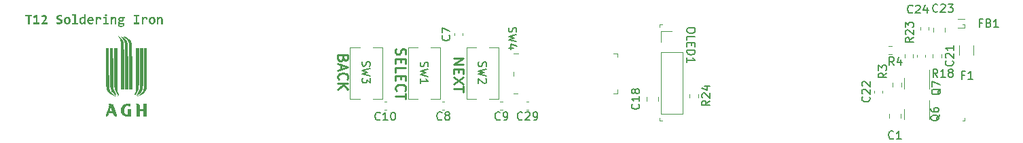
<source format=gbr>
%TF.GenerationSoftware,KiCad,Pcbnew,(7.0.0)*%
%TF.CreationDate,2023-05-08T01:10:33+02:00*%
%TF.ProjectId,Stacja Lutownicza V0.1,53746163-6a61-4204-9c75-746f776e6963,rev?*%
%TF.SameCoordinates,Original*%
%TF.FileFunction,Legend,Top*%
%TF.FilePolarity,Positive*%
%FSLAX46Y46*%
G04 Gerber Fmt 4.6, Leading zero omitted, Abs format (unit mm)*
G04 Created by KiCad (PCBNEW (7.0.0)) date 2023-05-08 01:10:33*
%MOMM*%
%LPD*%
G01*
G04 APERTURE LIST*
%ADD10C,0.250000*%
%ADD11C,0.150000*%
%ADD12C,0.120000*%
G04 APERTURE END LIST*
D10*
G36*
X98441678Y-83924607D02*
G01*
X98441678Y-84862500D01*
X98225218Y-84862500D01*
X98225218Y-83924607D01*
X97917777Y-83924607D01*
X97917777Y-83748752D01*
X98749118Y-83748752D01*
X98749118Y-83924607D01*
X98441678Y-83924607D01*
G37*
G36*
X98941765Y-84862500D02*
G01*
X98941765Y-84667105D01*
X99227529Y-84667105D01*
X99227529Y-83965823D01*
X98978401Y-84100462D01*
X98909708Y-83924607D01*
X99266303Y-83748752D01*
X99442158Y-83748752D01*
X99442158Y-84667105D01*
X99688538Y-84667105D01*
X99688538Y-84862500D01*
X98941765Y-84862500D01*
G37*
G36*
X99883016Y-84862500D02*
G01*
X99883016Y-84705879D01*
X100148325Y-84445455D01*
X100157558Y-84436261D01*
X100166557Y-84427227D01*
X100175323Y-84418353D01*
X100188033Y-84405342D01*
X100200217Y-84392690D01*
X100211875Y-84380397D01*
X100223007Y-84368465D01*
X100233614Y-84356891D01*
X100243694Y-84345678D01*
X100253248Y-84334824D01*
X100262277Y-84324329D01*
X100268004Y-84317533D01*
X100276293Y-84307560D01*
X100284218Y-84297790D01*
X100294217Y-84285082D01*
X100303567Y-84272737D01*
X100312268Y-84260753D01*
X100320320Y-84249133D01*
X100327724Y-84237875D01*
X100334479Y-84226979D01*
X100337613Y-84221667D01*
X100344836Y-84208570D01*
X100351238Y-84195800D01*
X100356821Y-84183358D01*
X100361584Y-84171245D01*
X100365527Y-84159459D01*
X100369176Y-84145749D01*
X100369670Y-84143510D01*
X100372367Y-84130018D01*
X100374507Y-84116333D01*
X100376088Y-84102455D01*
X100377112Y-84088383D01*
X100377577Y-84074119D01*
X100377608Y-84069321D01*
X100377111Y-84056630D01*
X100375621Y-84044201D01*
X100373137Y-84032036D01*
X100369660Y-84020134D01*
X100367227Y-84013450D01*
X100362233Y-84002061D01*
X100355416Y-83989940D01*
X100347416Y-83978772D01*
X100338233Y-83968559D01*
X100337002Y-83967349D01*
X100326565Y-83958076D01*
X100316336Y-83950775D01*
X100305085Y-83944235D01*
X100292811Y-83938454D01*
X100287238Y-83936209D01*
X100273739Y-83931688D01*
X100261517Y-83928697D01*
X100248694Y-83926522D01*
X100235271Y-83925162D01*
X100221246Y-83924618D01*
X100218850Y-83924607D01*
X100206511Y-83924840D01*
X100190318Y-83925878D01*
X100174421Y-83927746D01*
X100158819Y-83930443D01*
X100143513Y-83933971D01*
X100128504Y-83938329D01*
X100113789Y-83943516D01*
X100099371Y-83949534D01*
X100095812Y-83951168D01*
X100081783Y-83958090D01*
X100067934Y-83965575D01*
X100054267Y-83973622D01*
X100040782Y-83982233D01*
X100027477Y-83991406D01*
X100017618Y-83998656D01*
X100007860Y-84006222D01*
X99998204Y-84014105D01*
X99988651Y-84022304D01*
X99877826Y-83879117D01*
X99887018Y-83870713D01*
X99896354Y-83862521D01*
X99905833Y-83854541D01*
X99915454Y-83846774D01*
X99925219Y-83839219D01*
X99935127Y-83831876D01*
X99945179Y-83824745D01*
X99955373Y-83817827D01*
X99965710Y-83811121D01*
X99976191Y-83804627D01*
X99986814Y-83798346D01*
X99997581Y-83792277D01*
X100008491Y-83786420D01*
X100019544Y-83780776D01*
X100030740Y-83775343D01*
X100042079Y-83770123D01*
X100053586Y-83765169D01*
X100065211Y-83760535D01*
X100076952Y-83756220D01*
X100088810Y-83752225D01*
X100100784Y-83748549D01*
X100112876Y-83745193D01*
X100125085Y-83742157D01*
X100137410Y-83739440D01*
X100149852Y-83737043D01*
X100162412Y-83734966D01*
X100175088Y-83733208D01*
X100187881Y-83731770D01*
X100200790Y-83730651D01*
X100213817Y-83729852D01*
X100226961Y-83729372D01*
X100240221Y-83729213D01*
X100255540Y-83729398D01*
X100270586Y-83729953D01*
X100285357Y-83730879D01*
X100299855Y-83732175D01*
X100314080Y-83733841D01*
X100328030Y-83735878D01*
X100341707Y-83738285D01*
X100355111Y-83741062D01*
X100368240Y-83744210D01*
X100381096Y-83747728D01*
X100389515Y-83750279D01*
X100401882Y-83754348D01*
X100413911Y-83758772D01*
X100425603Y-83763550D01*
X100436956Y-83768683D01*
X100447971Y-83774169D01*
X100462132Y-83782036D01*
X100475692Y-83790532D01*
X100488650Y-83799657D01*
X100501008Y-83809413D01*
X100504003Y-83811950D01*
X100515576Y-83822497D01*
X100526481Y-83833684D01*
X100536719Y-83845509D01*
X100546288Y-83857974D01*
X100555189Y-83871079D01*
X100563423Y-83884822D01*
X100570989Y-83899205D01*
X100576225Y-83910411D01*
X100577887Y-83914227D01*
X100582579Y-83925899D01*
X100586810Y-83937904D01*
X100590579Y-83950242D01*
X100593887Y-83962913D01*
X100596733Y-83975916D01*
X100599117Y-83989253D01*
X100601040Y-84002922D01*
X100602502Y-84016923D01*
X100603502Y-84031257D01*
X100604040Y-84045925D01*
X100604143Y-84055887D01*
X100603985Y-84068289D01*
X100603510Y-84080535D01*
X100602384Y-84096620D01*
X100600695Y-84112429D01*
X100598444Y-84127962D01*
X100595629Y-84143217D01*
X100592252Y-84158196D01*
X100588311Y-84172899D01*
X100586130Y-84180146D01*
X100581369Y-84194452D01*
X100576093Y-84208673D01*
X100570302Y-84222807D01*
X100563995Y-84236856D01*
X100557174Y-84250819D01*
X100549837Y-84264696D01*
X100541985Y-84278487D01*
X100533618Y-84292192D01*
X100524816Y-84305783D01*
X100517884Y-84315983D01*
X100510666Y-84326187D01*
X100503165Y-84336397D01*
X100495379Y-84346613D01*
X100487308Y-84356834D01*
X100478953Y-84367060D01*
X100470314Y-84377291D01*
X100461390Y-84387528D01*
X100452181Y-84397771D01*
X100449049Y-84401186D01*
X100439534Y-84411484D01*
X100429768Y-84421883D01*
X100419749Y-84432385D01*
X100409478Y-84442989D01*
X100398955Y-84453694D01*
X100388180Y-84464502D01*
X100377152Y-84475411D01*
X100365873Y-84486423D01*
X100354340Y-84497536D01*
X100342556Y-84508752D01*
X100334560Y-84516285D01*
X100171528Y-84667105D01*
X100644748Y-84667105D01*
X100644748Y-84862500D01*
X99883016Y-84862500D01*
G37*
G36*
X102570298Y-84525444D02*
G01*
X102570000Y-84542351D01*
X102569106Y-84558839D01*
X102567617Y-84574909D01*
X102565532Y-84590560D01*
X102562852Y-84605792D01*
X102559575Y-84620606D01*
X102555703Y-84635001D01*
X102551235Y-84648978D01*
X102546172Y-84662536D01*
X102540513Y-84675675D01*
X102536409Y-84684202D01*
X102529816Y-84696647D01*
X102522746Y-84708678D01*
X102515197Y-84720296D01*
X102507172Y-84731500D01*
X102498668Y-84742292D01*
X102489687Y-84752670D01*
X102480228Y-84762635D01*
X102470292Y-84772187D01*
X102459878Y-84781325D01*
X102448986Y-84790051D01*
X102441460Y-84795638D01*
X102429807Y-84803628D01*
X102417746Y-84811226D01*
X102405278Y-84818433D01*
X102392401Y-84825248D01*
X102379117Y-84831671D01*
X102365425Y-84837702D01*
X102351325Y-84843341D01*
X102336817Y-84848589D01*
X102321901Y-84853445D01*
X102306578Y-84857909D01*
X102296135Y-84860668D01*
X102280256Y-84864487D01*
X102264103Y-84867931D01*
X102247677Y-84870999D01*
X102230977Y-84873691D01*
X102214003Y-84876007D01*
X102196755Y-84877948D01*
X102179234Y-84879514D01*
X102161439Y-84880703D01*
X102143370Y-84881517D01*
X102125028Y-84881955D01*
X102112648Y-84882039D01*
X102096101Y-84881958D01*
X102079661Y-84881717D01*
X102063328Y-84881314D01*
X102047103Y-84880751D01*
X102030985Y-84880026D01*
X102014975Y-84879141D01*
X101999071Y-84878094D01*
X101983275Y-84876887D01*
X101967587Y-84875518D01*
X101952006Y-84873989D01*
X101941678Y-84872880D01*
X101926238Y-84871112D01*
X101910830Y-84869130D01*
X101895455Y-84866934D01*
X101880111Y-84864522D01*
X101864800Y-84861896D01*
X101849521Y-84859055D01*
X101834275Y-84856000D01*
X101819060Y-84852730D01*
X101803878Y-84849245D01*
X101788728Y-84845546D01*
X101778646Y-84842960D01*
X101778646Y-84628026D01*
X101791035Y-84631805D01*
X101803589Y-84635510D01*
X101816306Y-84639140D01*
X101829188Y-84642695D01*
X101842233Y-84646176D01*
X101855443Y-84649582D01*
X101860772Y-84650924D01*
X101874232Y-84654196D01*
X101887707Y-84657334D01*
X101901197Y-84660338D01*
X101914701Y-84663208D01*
X101928221Y-84665943D01*
X101941755Y-84668545D01*
X101947173Y-84669548D01*
X101960714Y-84671946D01*
X101974239Y-84674181D01*
X101987750Y-84676252D01*
X102001245Y-84678158D01*
X102014726Y-84679901D01*
X102028192Y-84681480D01*
X102033574Y-84682065D01*
X102046960Y-84683384D01*
X102060211Y-84684480D01*
X102073328Y-84685352D01*
X102086311Y-84686001D01*
X102099159Y-84686426D01*
X102111874Y-84686627D01*
X102116922Y-84686645D01*
X102131605Y-84686497D01*
X102145735Y-84686053D01*
X102159312Y-84685314D01*
X102172335Y-84684279D01*
X102184804Y-84682948D01*
X102199613Y-84680868D01*
X102213558Y-84678326D01*
X102218893Y-84677180D01*
X102231680Y-84674051D01*
X102243705Y-84670579D01*
X102257133Y-84665960D01*
X102269465Y-84660848D01*
X102280703Y-84655241D01*
X102287587Y-84651229D01*
X102298506Y-84643591D01*
X102308023Y-84635368D01*
X102317182Y-84625255D01*
X102324509Y-84614378D01*
X102326055Y-84611540D01*
X102331398Y-84599652D01*
X102335214Y-84587192D01*
X102337504Y-84574159D01*
X102338267Y-84560554D01*
X102337686Y-84548090D01*
X102335453Y-84533979D01*
X102331546Y-84520792D01*
X102325965Y-84508527D01*
X102318709Y-84497186D01*
X102314453Y-84491861D01*
X102305101Y-84481679D01*
X102294675Y-84471969D01*
X102285168Y-84464238D01*
X102274914Y-84456835D01*
X102263916Y-84449759D01*
X102252172Y-84443012D01*
X102239882Y-84436438D01*
X102227056Y-84430073D01*
X102213693Y-84423916D01*
X102199793Y-84417968D01*
X102188287Y-84413360D01*
X102176437Y-84408885D01*
X102164244Y-84404544D01*
X102151922Y-84400232D01*
X102139534Y-84395843D01*
X102127078Y-84391378D01*
X102114556Y-84386837D01*
X102101967Y-84382219D01*
X102089311Y-84377525D01*
X102076589Y-84372754D01*
X102063799Y-84367908D01*
X102051077Y-84362942D01*
X102038402Y-84357814D01*
X102025775Y-84352523D01*
X102013195Y-84347071D01*
X102000663Y-84341456D01*
X101988179Y-84335679D01*
X101975743Y-84329740D01*
X101963354Y-84323639D01*
X101951228Y-84317270D01*
X101939426Y-84310530D01*
X101927949Y-84303417D01*
X101916796Y-84295932D01*
X101905967Y-84288076D01*
X101895462Y-84279847D01*
X101885283Y-84271246D01*
X101875427Y-84262273D01*
X101866039Y-84252823D01*
X101857109Y-84242943D01*
X101848637Y-84232634D01*
X101840622Y-84221896D01*
X101833066Y-84210729D01*
X101825968Y-84199132D01*
X101819327Y-84187106D01*
X101813145Y-84174651D01*
X101807635Y-84161651D01*
X101802860Y-84147994D01*
X101798820Y-84133678D01*
X101795514Y-84118704D01*
X101792942Y-84103071D01*
X101791496Y-84090915D01*
X101790463Y-84078388D01*
X101789843Y-84065491D01*
X101789637Y-84052224D01*
X101789849Y-84039978D01*
X101790791Y-84023842D01*
X101792487Y-84007926D01*
X101794936Y-83992229D01*
X101798140Y-83976752D01*
X101802097Y-83961494D01*
X101806807Y-83946455D01*
X101812272Y-83931636D01*
X101813756Y-83927965D01*
X101820210Y-83913468D01*
X101827513Y-83899439D01*
X101835666Y-83885876D01*
X101844668Y-83872782D01*
X101854518Y-83860155D01*
X101865218Y-83847995D01*
X101873801Y-83839182D01*
X101882860Y-83830632D01*
X101889166Y-83825078D01*
X101899095Y-83816993D01*
X101909534Y-83809225D01*
X101920483Y-83801773D01*
X101931941Y-83794638D01*
X101943910Y-83787820D01*
X101956388Y-83781318D01*
X101969377Y-83775133D01*
X101982875Y-83769265D01*
X101996883Y-83763713D01*
X102011400Y-83758478D01*
X102021362Y-83755163D01*
X102036824Y-83750526D01*
X102052872Y-83746344D01*
X102069504Y-83742619D01*
X102086721Y-83739350D01*
X102104523Y-83736537D01*
X102116716Y-83734915D01*
X102129169Y-83733496D01*
X102141882Y-83732279D01*
X102154855Y-83731265D01*
X102168088Y-83730454D01*
X102181581Y-83729846D01*
X102195334Y-83729441D01*
X102209347Y-83729238D01*
X102216451Y-83729213D01*
X102229141Y-83729277D01*
X102242025Y-83729470D01*
X102255102Y-83729792D01*
X102268372Y-83730243D01*
X102281835Y-83730823D01*
X102286366Y-83731045D01*
X102300061Y-83731660D01*
X102313671Y-83732361D01*
X102327195Y-83733148D01*
X102340633Y-83734021D01*
X102353985Y-83734980D01*
X102358417Y-83735319D01*
X102371716Y-83736278D01*
X102384821Y-83737322D01*
X102397733Y-83738453D01*
X102410452Y-83739669D01*
X102422978Y-83740972D01*
X102427110Y-83741425D01*
X102439386Y-83742799D01*
X102453192Y-83744402D01*
X102466442Y-83746004D01*
X102479138Y-83747607D01*
X102487866Y-83748752D01*
X102487866Y-83944146D01*
X102475596Y-83940479D01*
X102462830Y-83936959D01*
X102449567Y-83933584D01*
X102435807Y-83930355D01*
X102427721Y-83928576D01*
X102415396Y-83926007D01*
X102402920Y-83923567D01*
X102390294Y-83921256D01*
X102377518Y-83919073D01*
X102364591Y-83917020D01*
X102360249Y-83916364D01*
X102347187Y-83914400D01*
X102334103Y-83912629D01*
X102320997Y-83911051D01*
X102307870Y-83909666D01*
X102294722Y-83908475D01*
X102290334Y-83908121D01*
X102277276Y-83907083D01*
X102264431Y-83906260D01*
X102251802Y-83905652D01*
X102239387Y-83905258D01*
X102225174Y-83905071D01*
X102223168Y-83905068D01*
X102209539Y-83905215D01*
X102196435Y-83905659D01*
X102183855Y-83906398D01*
X102168869Y-83907739D01*
X102154702Y-83909541D01*
X102141356Y-83911805D01*
X102128829Y-83914532D01*
X102114772Y-83918213D01*
X102101681Y-83922389D01*
X102089556Y-83927058D01*
X102078397Y-83932220D01*
X102066599Y-83938868D01*
X102065020Y-83939872D01*
X102054844Y-83947317D01*
X102044788Y-83956719D01*
X102036411Y-83967075D01*
X102029714Y-83978386D01*
X102028995Y-83979867D01*
X102024186Y-83992098D01*
X102020751Y-84004978D01*
X102018691Y-84018507D01*
X102018014Y-84030877D01*
X102018004Y-84032684D01*
X102018830Y-84045496D01*
X102021310Y-84057600D01*
X102026291Y-84070826D01*
X102033523Y-84083087D01*
X102041512Y-84092829D01*
X102050979Y-84102046D01*
X102061519Y-84110918D01*
X102073132Y-84119448D01*
X102083630Y-84126293D01*
X102094873Y-84132900D01*
X102104405Y-84138014D01*
X102116863Y-84144244D01*
X102129813Y-84150340D01*
X102143255Y-84156301D01*
X102157189Y-84162128D01*
X102168690Y-84166694D01*
X102180506Y-84171173D01*
X102192637Y-84175566D01*
X102205040Y-84179960D01*
X102217520Y-84184439D01*
X102230075Y-84189005D01*
X102242707Y-84193656D01*
X102255415Y-84198393D01*
X102268200Y-84203216D01*
X102281061Y-84208124D01*
X102293998Y-84213119D01*
X102307002Y-84218171D01*
X102319911Y-84223404D01*
X102332724Y-84228818D01*
X102345442Y-84234414D01*
X102358064Y-84240191D01*
X102370591Y-84246149D01*
X102383023Y-84252288D01*
X102395359Y-84258609D01*
X102407561Y-84265192D01*
X102419440Y-84272119D01*
X102430994Y-84279389D01*
X102442223Y-84287002D01*
X102453128Y-84294959D01*
X102463709Y-84303260D01*
X102473965Y-84311904D01*
X102483897Y-84320891D01*
X102493423Y-84330260D01*
X102502463Y-84340049D01*
X102511016Y-84350257D01*
X102519083Y-84360886D01*
X102526663Y-84371934D01*
X102533757Y-84383402D01*
X102540364Y-84395290D01*
X102546484Y-84407597D01*
X102552065Y-84420325D01*
X102556903Y-84433624D01*
X102560996Y-84447497D01*
X102564344Y-84461941D01*
X102566949Y-84476958D01*
X102568809Y-84492548D01*
X102569926Y-84508710D01*
X102570275Y-84521207D01*
X102570298Y-84525444D01*
G37*
G36*
X103165757Y-83963941D02*
G01*
X103183512Y-83964705D01*
X103200891Y-83965980D01*
X103217894Y-83967764D01*
X103234522Y-83970059D01*
X103250774Y-83972863D01*
X103266651Y-83976177D01*
X103282151Y-83980000D01*
X103297276Y-83984334D01*
X103312026Y-83989177D01*
X103321650Y-83992690D01*
X103335812Y-83998375D01*
X103349560Y-84004554D01*
X103362895Y-84011226D01*
X103375817Y-84018392D01*
X103388326Y-84026052D01*
X103400422Y-84034206D01*
X103412104Y-84042854D01*
X103423373Y-84051995D01*
X103434229Y-84061630D01*
X103444672Y-84071759D01*
X103451404Y-84078785D01*
X103461142Y-84089731D01*
X103470434Y-84101161D01*
X103479281Y-84113073D01*
X103487683Y-84125468D01*
X103495639Y-84138346D01*
X103503149Y-84151707D01*
X103510214Y-84165552D01*
X103516834Y-84179879D01*
X103523009Y-84194689D01*
X103528738Y-84209982D01*
X103532309Y-84220446D01*
X103537329Y-84236479D01*
X103541855Y-84252979D01*
X103545887Y-84269946D01*
X103549425Y-84287379D01*
X103552470Y-84305280D01*
X103554226Y-84317473D01*
X103555762Y-84329873D01*
X103557078Y-84342481D01*
X103558175Y-84355297D01*
X103559053Y-84368320D01*
X103559712Y-84381551D01*
X103560150Y-84394989D01*
X103560370Y-84408634D01*
X103560397Y-84415535D01*
X103560283Y-84428441D01*
X103559939Y-84441209D01*
X103559367Y-84453839D01*
X103558565Y-84466330D01*
X103557535Y-84478683D01*
X103556276Y-84490897D01*
X103553957Y-84508960D01*
X103551124Y-84526711D01*
X103547775Y-84544151D01*
X103543911Y-84561279D01*
X103539532Y-84578097D01*
X103534637Y-84594603D01*
X103531088Y-84605434D01*
X103525422Y-84621362D01*
X103519299Y-84636861D01*
X103512721Y-84651931D01*
X103505686Y-84666571D01*
X103498195Y-84680782D01*
X103490248Y-84694563D01*
X103481845Y-84707916D01*
X103472985Y-84720839D01*
X103463669Y-84733332D01*
X103453898Y-84745397D01*
X103447130Y-84753201D01*
X103436606Y-84764465D01*
X103425642Y-84775247D01*
X103414237Y-84785546D01*
X103402393Y-84795361D01*
X103390109Y-84804694D01*
X103377384Y-84813544D01*
X103364220Y-84821910D01*
X103350616Y-84829794D01*
X103336571Y-84837194D01*
X103322086Y-84844112D01*
X103312185Y-84848456D01*
X103297046Y-84854457D01*
X103281510Y-84859869D01*
X103265576Y-84864690D01*
X103249245Y-84868920D01*
X103232517Y-84872561D01*
X103215392Y-84875611D01*
X103197870Y-84878071D01*
X103179951Y-84879940D01*
X103161634Y-84881219D01*
X103149203Y-84881744D01*
X103136595Y-84882006D01*
X103130225Y-84882039D01*
X103112255Y-84881789D01*
X103094640Y-84881041D01*
X103077379Y-84879793D01*
X103060472Y-84878046D01*
X103043920Y-84875800D01*
X103027721Y-84873055D01*
X103011877Y-84869811D01*
X102996387Y-84866068D01*
X102981251Y-84861825D01*
X102966470Y-84857084D01*
X102956812Y-84853646D01*
X102942705Y-84848018D01*
X102929006Y-84841896D01*
X102915714Y-84835281D01*
X102902831Y-84828172D01*
X102890355Y-84820569D01*
X102878287Y-84812473D01*
X102866627Y-84803882D01*
X102855375Y-84794798D01*
X102844531Y-84785221D01*
X102834094Y-84775149D01*
X102827363Y-84768161D01*
X102817620Y-84757264D01*
X102808312Y-84745868D01*
X102799438Y-84733972D01*
X102790999Y-84721578D01*
X102782995Y-84708685D01*
X102775425Y-84695292D01*
X102768290Y-84681401D01*
X102761590Y-84667010D01*
X102755324Y-84652120D01*
X102749493Y-84636731D01*
X102745847Y-84626195D01*
X102740773Y-84609976D01*
X102736198Y-84593265D01*
X102732122Y-84576059D01*
X102728545Y-84558360D01*
X102726438Y-84546286D01*
X102724552Y-84533993D01*
X102722889Y-84521480D01*
X102721447Y-84508748D01*
X102720227Y-84495797D01*
X102719229Y-84482626D01*
X102718452Y-84469235D01*
X102717898Y-84455625D01*
X102717565Y-84441796D01*
X102717454Y-84427747D01*
X102717500Y-84422557D01*
X102935441Y-84422557D01*
X102935656Y-84439879D01*
X102936300Y-84456660D01*
X102937373Y-84472900D01*
X102938876Y-84488598D01*
X102940808Y-84503755D01*
X102943169Y-84518370D01*
X102945960Y-84532444D01*
X102949180Y-84545976D01*
X102952829Y-84558967D01*
X102956908Y-84571416D01*
X102961416Y-84583324D01*
X102966353Y-84594691D01*
X102974564Y-84610726D01*
X102983741Y-84625542D01*
X102990396Y-84634743D01*
X103001054Y-84647510D01*
X103012420Y-84659022D01*
X103024495Y-84669278D01*
X103037279Y-84678277D01*
X103050770Y-84686022D01*
X103064971Y-84692510D01*
X103079879Y-84697742D01*
X103095496Y-84701719D01*
X103111822Y-84704440D01*
X103128855Y-84705905D01*
X103140605Y-84706184D01*
X103153513Y-84705845D01*
X103165983Y-84704829D01*
X103180953Y-84702607D01*
X103195238Y-84699325D01*
X103208836Y-84694986D01*
X103221749Y-84689588D01*
X103231585Y-84684508D01*
X103243337Y-84677324D01*
X103254358Y-84669320D01*
X103264648Y-84660496D01*
X103274209Y-84650853D01*
X103283038Y-84640389D01*
X103291137Y-84629106D01*
X103294173Y-84624363D01*
X103301412Y-84611918D01*
X103308054Y-84598817D01*
X103314101Y-84585061D01*
X103318509Y-84573583D01*
X103322535Y-84561686D01*
X103326179Y-84549369D01*
X103329442Y-84536632D01*
X103330198Y-84533382D01*
X103333061Y-84520135D01*
X103335541Y-84506649D01*
X103337640Y-84492925D01*
X103339357Y-84478962D01*
X103340693Y-84464761D01*
X103341647Y-84450321D01*
X103342220Y-84435642D01*
X103342411Y-84420725D01*
X103342210Y-84403480D01*
X103341609Y-84386779D01*
X103340607Y-84370622D01*
X103339205Y-84355009D01*
X103337402Y-84339939D01*
X103335198Y-84325413D01*
X103332593Y-84311431D01*
X103329588Y-84297993D01*
X103326182Y-84285099D01*
X103322375Y-84272748D01*
X103318168Y-84260942D01*
X103311105Y-84244251D01*
X103303141Y-84228785D01*
X103294275Y-84214542D01*
X103291120Y-84210066D01*
X103281133Y-84197462D01*
X103270293Y-84186098D01*
X103258600Y-84175974D01*
X103246054Y-84167090D01*
X103232654Y-84159445D01*
X103218401Y-84153040D01*
X103203295Y-84147874D01*
X103187335Y-84143948D01*
X103170523Y-84141262D01*
X103152856Y-84139816D01*
X103140605Y-84139541D01*
X103127119Y-84139889D01*
X103114139Y-84140934D01*
X103101664Y-84142675D01*
X103089696Y-84145112D01*
X103075446Y-84149139D01*
X103061986Y-84154254D01*
X103049316Y-84160457D01*
X103046877Y-84161828D01*
X103035183Y-84169107D01*
X103024146Y-84177206D01*
X103013764Y-84186125D01*
X103004039Y-84195864D01*
X102994969Y-84206423D01*
X102986555Y-84217802D01*
X102983374Y-84222583D01*
X102975966Y-84234925D01*
X102969200Y-84247908D01*
X102963074Y-84261532D01*
X102957590Y-84275797D01*
X102953664Y-84287670D01*
X102950148Y-84299954D01*
X102947042Y-84312648D01*
X102944323Y-84325585D01*
X102941967Y-84338751D01*
X102939973Y-84352146D01*
X102938341Y-84365771D01*
X102937072Y-84379624D01*
X102936166Y-84393706D01*
X102935622Y-84408017D01*
X102935441Y-84422557D01*
X102717500Y-84422557D01*
X102717570Y-84414731D01*
X102717917Y-84401863D01*
X102718495Y-84389143D01*
X102719305Y-84376571D01*
X102720346Y-84364146D01*
X102721619Y-84351870D01*
X102723123Y-84339741D01*
X102725812Y-84321825D01*
X102729022Y-84304242D01*
X102732753Y-84286992D01*
X102737004Y-84270075D01*
X102741776Y-84253490D01*
X102747069Y-84237238D01*
X102752847Y-84221375D01*
X102759076Y-84205957D01*
X102765755Y-84190985D01*
X102772886Y-84176459D01*
X102780467Y-84162377D01*
X102788499Y-84148742D01*
X102796982Y-84135551D01*
X102805916Y-84122806D01*
X102815300Y-84110507D01*
X102825136Y-84098653D01*
X102831943Y-84090997D01*
X102842573Y-84079847D01*
X102853628Y-84069180D01*
X102865106Y-84058996D01*
X102877009Y-84049295D01*
X102889335Y-84040077D01*
X102902085Y-84031342D01*
X102915260Y-84023089D01*
X102928858Y-84015320D01*
X102942880Y-84008034D01*
X102957326Y-84001231D01*
X102967192Y-83996964D01*
X102982370Y-83991017D01*
X102997908Y-83985655D01*
X103013805Y-83980877D01*
X103030061Y-83976685D01*
X103046677Y-83973078D01*
X103063653Y-83970055D01*
X103080988Y-83967618D01*
X103098683Y-83965766D01*
X103116737Y-83964498D01*
X103128973Y-83963978D01*
X103141369Y-83963718D01*
X103147627Y-83963686D01*
X103165757Y-83963941D01*
G37*
G36*
X104017437Y-83807370D02*
G01*
X103771057Y-83807370D01*
X103771057Y-83651055D01*
X104232370Y-83651055D01*
X104232370Y-84706184D01*
X104483941Y-84706184D01*
X104483941Y-84862500D01*
X103741137Y-84862500D01*
X103741137Y-84706184D01*
X104017437Y-84706184D01*
X104017437Y-83807370D01*
G37*
G36*
X105427023Y-84862500D02*
G01*
X105245673Y-84862500D01*
X105240483Y-84733967D01*
X105231851Y-84744224D01*
X105223131Y-84754199D01*
X105214320Y-84763890D01*
X105205421Y-84773298D01*
X105196431Y-84782423D01*
X105187353Y-84791265D01*
X105183696Y-84794722D01*
X105174521Y-84803108D01*
X105165122Y-84811090D01*
X105155499Y-84818671D01*
X105143657Y-84827236D01*
X105131492Y-84835222D01*
X105121109Y-84841434D01*
X105108447Y-84848346D01*
X105095421Y-84854657D01*
X105082029Y-84860367D01*
X105070591Y-84864666D01*
X105058899Y-84868548D01*
X105049363Y-84871353D01*
X105037236Y-84874432D01*
X105024706Y-84876988D01*
X105011774Y-84879023D01*
X104998439Y-84880536D01*
X104984702Y-84881528D01*
X104970562Y-84881997D01*
X104964794Y-84882039D01*
X104950461Y-84881765D01*
X104936429Y-84880944D01*
X104922698Y-84879576D01*
X104909267Y-84877660D01*
X104896136Y-84875196D01*
X104883306Y-84872186D01*
X104870777Y-84868628D01*
X104858548Y-84864522D01*
X104846620Y-84859869D01*
X104834992Y-84854669D01*
X104827407Y-84850898D01*
X104816353Y-84844771D01*
X104805633Y-84838183D01*
X104795245Y-84831133D01*
X104785189Y-84823621D01*
X104775467Y-84815648D01*
X104766077Y-84807213D01*
X104757020Y-84798317D01*
X104748295Y-84788960D01*
X104739904Y-84779140D01*
X104731845Y-84768860D01*
X104726657Y-84761749D01*
X104719210Y-84750713D01*
X104712095Y-84739242D01*
X104705314Y-84727336D01*
X104698865Y-84714995D01*
X104692748Y-84702220D01*
X104686965Y-84689010D01*
X104681514Y-84675365D01*
X104676396Y-84661285D01*
X104671611Y-84646771D01*
X104667158Y-84631822D01*
X104664375Y-84621615D01*
X104660556Y-84605935D01*
X104657112Y-84589923D01*
X104654044Y-84573578D01*
X104651352Y-84556900D01*
X104649035Y-84539890D01*
X104647094Y-84522546D01*
X104645529Y-84504870D01*
X104644339Y-84486862D01*
X104643525Y-84468520D01*
X104643192Y-84456108D01*
X104643025Y-84443547D01*
X104643004Y-84437212D01*
X104643106Y-84425610D01*
X104862822Y-84425610D01*
X104862908Y-84439499D01*
X104863166Y-84453002D01*
X104863595Y-84466118D01*
X104864196Y-84478847D01*
X104864969Y-84491191D01*
X104866266Y-84507047D01*
X104867869Y-84522217D01*
X104869777Y-84536700D01*
X104871991Y-84550496D01*
X104872592Y-84553838D01*
X104875254Y-84566823D01*
X104878202Y-84579216D01*
X104881436Y-84591018D01*
X104885882Y-84604938D01*
X104890774Y-84617935D01*
X104896114Y-84630007D01*
X104901901Y-84641154D01*
X104909436Y-84653219D01*
X104917615Y-84663995D01*
X104926437Y-84673483D01*
X104935904Y-84681683D01*
X104946015Y-84688596D01*
X104949528Y-84690614D01*
X104962316Y-84696681D01*
X104973858Y-84700695D01*
X104985936Y-84703614D01*
X104998551Y-84705439D01*
X105011703Y-84706169D01*
X105013948Y-84706184D01*
X105027147Y-84705488D01*
X105040185Y-84703398D01*
X105053060Y-84699916D01*
X105065773Y-84695040D01*
X105078324Y-84688772D01*
X105090712Y-84681111D01*
X105102939Y-84672057D01*
X105115003Y-84661610D01*
X105124099Y-84652908D01*
X105133296Y-84643631D01*
X105142596Y-84633781D01*
X105151997Y-84623356D01*
X105161501Y-84612357D01*
X105171106Y-84600784D01*
X105180813Y-84588637D01*
X105190623Y-84575915D01*
X105200534Y-84562619D01*
X105210547Y-84548749D01*
X105217280Y-84539183D01*
X105217280Y-84142288D01*
X105204056Y-84137633D01*
X105191327Y-84133934D01*
X105177517Y-84130587D01*
X105164820Y-84127996D01*
X105155914Y-84126413D01*
X105142268Y-84124234D01*
X105128579Y-84122506D01*
X105114848Y-84121228D01*
X105101074Y-84120402D01*
X105087256Y-84120026D01*
X105082641Y-84120001D01*
X105070133Y-84120335D01*
X105057949Y-84121337D01*
X105043176Y-84123528D01*
X105028910Y-84126763D01*
X105015150Y-84131042D01*
X105001898Y-84136364D01*
X104991660Y-84141372D01*
X104979342Y-84148491D01*
X104967576Y-84156489D01*
X104956361Y-84165366D01*
X104945698Y-84175123D01*
X104935586Y-84185759D01*
X104926026Y-84197275D01*
X104922356Y-84202128D01*
X104915387Y-84212246D01*
X104908828Y-84222908D01*
X104902679Y-84234113D01*
X104896940Y-84245863D01*
X104891611Y-84258156D01*
X104886693Y-84270993D01*
X104882185Y-84284374D01*
X104878087Y-84298299D01*
X104874510Y-84312710D01*
X104871409Y-84327550D01*
X104868785Y-84342820D01*
X104866639Y-84358520D01*
X104864969Y-84374648D01*
X104864030Y-84387026D01*
X104863359Y-84399646D01*
X104862956Y-84412507D01*
X104862822Y-84425610D01*
X104643106Y-84425610D01*
X104643136Y-84422149D01*
X104643533Y-84407340D01*
X104644195Y-84392783D01*
X104645122Y-84378479D01*
X104646313Y-84364428D01*
X104647769Y-84350629D01*
X104649490Y-84337084D01*
X104651476Y-84323791D01*
X104653726Y-84310752D01*
X104656241Y-84297965D01*
X104659021Y-84285430D01*
X104662066Y-84273149D01*
X104665376Y-84261121D01*
X104668950Y-84249345D01*
X104674807Y-84232156D01*
X104676892Y-84226552D01*
X104683477Y-84210105D01*
X104690524Y-84194195D01*
X104698032Y-84178821D01*
X104706001Y-84163984D01*
X104714432Y-84149684D01*
X104723325Y-84135920D01*
X104732679Y-84122693D01*
X104742494Y-84110003D01*
X104752772Y-84097849D01*
X104763510Y-84086232D01*
X104770926Y-84078785D01*
X104782399Y-84068063D01*
X104794264Y-84057877D01*
X104806520Y-84048227D01*
X104819169Y-84039115D01*
X104832209Y-84030539D01*
X104845641Y-84022500D01*
X104859464Y-84014997D01*
X104873680Y-84008031D01*
X104888287Y-84001602D01*
X104903286Y-83995709D01*
X104913503Y-83992079D01*
X104929085Y-83987005D01*
X104944919Y-83982430D01*
X104961006Y-83978354D01*
X104977344Y-83974777D01*
X104993936Y-83971699D01*
X105010779Y-83969120D01*
X105027874Y-83967041D01*
X105045222Y-83965460D01*
X105062822Y-83964379D01*
X105080674Y-83963797D01*
X105092716Y-83963686D01*
X105104977Y-83963836D01*
X105117259Y-83964287D01*
X105129563Y-83965038D01*
X105141889Y-83966090D01*
X105154236Y-83967442D01*
X105158356Y-83967960D01*
X105170567Y-83969649D01*
X105184135Y-83971836D01*
X105196972Y-83974257D01*
X105209079Y-83976912D01*
X105217280Y-83978951D01*
X105217280Y-83651055D01*
X105427023Y-83651055D01*
X105427023Y-84862500D01*
G37*
G36*
X106053926Y-83963938D02*
G01*
X106070757Y-83964695D01*
X106087207Y-83965956D01*
X106103275Y-83967722D01*
X106118963Y-83969992D01*
X106134270Y-83972766D01*
X106149195Y-83976045D01*
X106163740Y-83979829D01*
X106177903Y-83984117D01*
X106191686Y-83988909D01*
X106200662Y-83992384D01*
X106213851Y-83997967D01*
X106226626Y-84003951D01*
X106238988Y-84010339D01*
X106250937Y-84017128D01*
X106262473Y-84024320D01*
X106273595Y-84031915D01*
X106284305Y-84039912D01*
X106294601Y-84048312D01*
X106304483Y-84057114D01*
X106313953Y-84066319D01*
X106320036Y-84072679D01*
X106328874Y-84082525D01*
X106337299Y-84092715D01*
X106345310Y-84103248D01*
X106352909Y-84114124D01*
X106360094Y-84125344D01*
X106366866Y-84136907D01*
X106373224Y-84148814D01*
X106379170Y-84161065D01*
X106384702Y-84173658D01*
X106389821Y-84186596D01*
X106393004Y-84195411D01*
X106397478Y-84208870D01*
X106401512Y-84222570D01*
X106405106Y-84236512D01*
X106408259Y-84250695D01*
X106410973Y-84265120D01*
X106413247Y-84279786D01*
X106415080Y-84294694D01*
X106416474Y-84309843D01*
X106417427Y-84325234D01*
X106417941Y-84340866D01*
X106418039Y-84351421D01*
X106417942Y-84364629D01*
X106417694Y-84378072D01*
X106417352Y-84391149D01*
X106416892Y-84405454D01*
X106416817Y-84407597D01*
X106416306Y-84420270D01*
X106415687Y-84432642D01*
X106414829Y-84446696D01*
X106413825Y-84460341D01*
X106412848Y-84471711D01*
X105839183Y-84471711D01*
X105839455Y-84485846D01*
X105840271Y-84499551D01*
X105841630Y-84512827D01*
X105843534Y-84525673D01*
X105845981Y-84538091D01*
X105848972Y-84550079D01*
X105853475Y-84564460D01*
X105856585Y-84572766D01*
X105862469Y-84586067D01*
X105869054Y-84598681D01*
X105876339Y-84610610D01*
X105884325Y-84621854D01*
X105893012Y-84632411D01*
X105902399Y-84642283D01*
X105906350Y-84646039D01*
X105916776Y-84654863D01*
X105927828Y-84663016D01*
X105939507Y-84670498D01*
X105951811Y-84677309D01*
X105964742Y-84683449D01*
X105978299Y-84688919D01*
X105983897Y-84690919D01*
X105998256Y-84695317D01*
X106013092Y-84698969D01*
X106025304Y-84701354D01*
X106037821Y-84703262D01*
X106050644Y-84704693D01*
X106063772Y-84705647D01*
X106077205Y-84706124D01*
X106084036Y-84706184D01*
X106100051Y-84706041D01*
X106116341Y-84705612D01*
X106128741Y-84705102D01*
X106141296Y-84704431D01*
X106154007Y-84703599D01*
X106166874Y-84702606D01*
X106179896Y-84701452D01*
X106193074Y-84700138D01*
X106206407Y-84698662D01*
X106219897Y-84697025D01*
X106233569Y-84695206D01*
X106247338Y-84693182D01*
X106261204Y-84690955D01*
X106275166Y-84688524D01*
X106289225Y-84685889D01*
X106303380Y-84683050D01*
X106317632Y-84680007D01*
X106331981Y-84676760D01*
X106346426Y-84673310D01*
X106360968Y-84669655D01*
X106370717Y-84667105D01*
X106370717Y-84842960D01*
X106357919Y-84846112D01*
X106344713Y-84849157D01*
X106331100Y-84852094D01*
X106317079Y-84854924D01*
X106302649Y-84857647D01*
X106297749Y-84858531D01*
X106285397Y-84860688D01*
X106272955Y-84862770D01*
X106260424Y-84864778D01*
X106247803Y-84866712D01*
X106235093Y-84868571D01*
X106222294Y-84870355D01*
X106217149Y-84871048D01*
X106204246Y-84872698D01*
X106191299Y-84874214D01*
X106178308Y-84875596D01*
X106165271Y-84876844D01*
X106152190Y-84877958D01*
X106139064Y-84878937D01*
X106133801Y-84879291D01*
X106120702Y-84880083D01*
X106107737Y-84880740D01*
X106094906Y-84881263D01*
X106082209Y-84881653D01*
X106069647Y-84881907D01*
X106057219Y-84882028D01*
X106052285Y-84882039D01*
X106039924Y-84881928D01*
X106021682Y-84881346D01*
X106003799Y-84880264D01*
X105986276Y-84878684D01*
X105969112Y-84876604D01*
X105952308Y-84874026D01*
X105935864Y-84870948D01*
X105919779Y-84867371D01*
X105904054Y-84863295D01*
X105888688Y-84858720D01*
X105873682Y-84853646D01*
X105859068Y-84848026D01*
X105844878Y-84841928D01*
X105831111Y-84835353D01*
X105817769Y-84828301D01*
X105804850Y-84820770D01*
X105792356Y-84812762D01*
X105780285Y-84804277D01*
X105768639Y-84795314D01*
X105757416Y-84785873D01*
X105746618Y-84775954D01*
X105739654Y-84769077D01*
X105729575Y-84758370D01*
X105719948Y-84747202D01*
X105710771Y-84735573D01*
X105702044Y-84723481D01*
X105693769Y-84710929D01*
X105685944Y-84697915D01*
X105678571Y-84684439D01*
X105671648Y-84670502D01*
X105665176Y-84656103D01*
X105659154Y-84641243D01*
X105655390Y-84631079D01*
X105650207Y-84615398D01*
X105645534Y-84599266D01*
X105641370Y-84582683D01*
X105637716Y-84565649D01*
X105634572Y-84548164D01*
X105631938Y-84530229D01*
X105630465Y-84518022D01*
X105629219Y-84505614D01*
X105628199Y-84493006D01*
X105627406Y-84480197D01*
X105626840Y-84467189D01*
X105626500Y-84453979D01*
X105626386Y-84440570D01*
X105626500Y-84427250D01*
X105626840Y-84414080D01*
X105627406Y-84401061D01*
X105628199Y-84388191D01*
X105629219Y-84375472D01*
X105630465Y-84362904D01*
X105631938Y-84350485D01*
X105633637Y-84338217D01*
X105635563Y-84326099D01*
X105637545Y-84315396D01*
X105842847Y-84315396D01*
X106205242Y-84315396D01*
X106205170Y-84303155D01*
X106204450Y-84288417D01*
X106203030Y-84274306D01*
X106200908Y-84260821D01*
X106198086Y-84247962D01*
X106194564Y-84235729D01*
X106192114Y-84228689D01*
X106186712Y-84215183D01*
X106180579Y-84202600D01*
X106173717Y-84190940D01*
X106166125Y-84180203D01*
X106157803Y-84170389D01*
X106154867Y-84167323D01*
X106145772Y-84158719D01*
X106136119Y-84150994D01*
X106125908Y-84144150D01*
X106115139Y-84138186D01*
X106103812Y-84133102D01*
X106099912Y-84131603D01*
X106088063Y-84127660D01*
X106075870Y-84124533D01*
X106063333Y-84122222D01*
X106050453Y-84120726D01*
X106037230Y-84120047D01*
X106032745Y-84120001D01*
X106018169Y-84120452D01*
X106004091Y-84121804D01*
X105990513Y-84124058D01*
X105977433Y-84127214D01*
X105964853Y-84131271D01*
X105952771Y-84136230D01*
X105941189Y-84142090D01*
X105930106Y-84148852D01*
X105919522Y-84156516D01*
X105909437Y-84165081D01*
X105902991Y-84171292D01*
X105893851Y-84181222D01*
X105885435Y-84191893D01*
X105877744Y-84203304D01*
X105870777Y-84215456D01*
X105864535Y-84228349D01*
X105859017Y-84241982D01*
X105854224Y-84256356D01*
X105850155Y-84271470D01*
X105846811Y-84287325D01*
X105844191Y-84303920D01*
X105842847Y-84315396D01*
X105637545Y-84315396D01*
X105638877Y-84308204D01*
X105642701Y-84290647D01*
X105647035Y-84273428D01*
X105651878Y-84256547D01*
X105655390Y-84245481D01*
X105661095Y-84229217D01*
X105667218Y-84213399D01*
X105673760Y-84198026D01*
X105680721Y-84183099D01*
X105688100Y-84168617D01*
X105695898Y-84154580D01*
X105704114Y-84140989D01*
X105712749Y-84127844D01*
X105721803Y-84115144D01*
X105731275Y-84102889D01*
X105737822Y-84094966D01*
X105748039Y-84083426D01*
X105758652Y-84072391D01*
X105769663Y-84061859D01*
X105781070Y-84051833D01*
X105792875Y-84042310D01*
X105805077Y-84033293D01*
X105817676Y-84024779D01*
X105830673Y-84016770D01*
X105844066Y-84009266D01*
X105857857Y-84002266D01*
X105867271Y-83997880D01*
X105881678Y-83991769D01*
X105896390Y-83986259D01*
X105911409Y-83981350D01*
X105926734Y-83977043D01*
X105942364Y-83973336D01*
X105958300Y-83970231D01*
X105974543Y-83967726D01*
X105991091Y-83965823D01*
X106007945Y-83964521D01*
X106025105Y-83963819D01*
X106036714Y-83963686D01*
X106053926Y-83963938D01*
G37*
G36*
X107180687Y-84315396D02*
G01*
X107181051Y-84301046D01*
X107180997Y-84287382D01*
X107180526Y-84274403D01*
X107179637Y-84262111D01*
X107178020Y-84248265D01*
X107175802Y-84235406D01*
X107173129Y-84223449D01*
X107169333Y-84210530D01*
X107164806Y-84198722D01*
X107158738Y-84186586D01*
X107155347Y-84181062D01*
X107147905Y-84170968D01*
X107138529Y-84161391D01*
X107128091Y-84153698D01*
X107120542Y-84149616D01*
X107108529Y-84144745D01*
X107095501Y-84141469D01*
X107083070Y-84139895D01*
X107073220Y-84139541D01*
X107058732Y-84140539D01*
X107044079Y-84143536D01*
X107032239Y-84147371D01*
X107020294Y-84152485D01*
X107008244Y-84158877D01*
X106996089Y-84166548D01*
X106983829Y-84175497D01*
X106977660Y-84180451D01*
X106968301Y-84188589D01*
X106958769Y-84197660D01*
X106949066Y-84207666D01*
X106939192Y-84218605D01*
X106929145Y-84230478D01*
X106918927Y-84243284D01*
X106908537Y-84257025D01*
X106897976Y-84271699D01*
X106890839Y-84282001D01*
X106883627Y-84292717D01*
X106876337Y-84303849D01*
X106868972Y-84315396D01*
X106868972Y-84862500D01*
X106654344Y-84862500D01*
X106654344Y-83983225D01*
X106844242Y-83983225D01*
X106851875Y-84120001D01*
X106858688Y-84109017D01*
X106865769Y-84098391D01*
X106873118Y-84088123D01*
X106880736Y-84078213D01*
X106888622Y-84068660D01*
X106896776Y-84059465D01*
X106900113Y-84055887D01*
X106908746Y-84047113D01*
X106917662Y-84038726D01*
X106928735Y-84029173D01*
X106940216Y-84020179D01*
X106952105Y-84011743D01*
X106960258Y-84006428D01*
X106970829Y-84000179D01*
X106981742Y-83994407D01*
X106992999Y-83989112D01*
X107004598Y-83984294D01*
X107016541Y-83979953D01*
X107028826Y-83976089D01*
X107033836Y-83974677D01*
X107046623Y-83971510D01*
X107059799Y-83968881D01*
X107073361Y-83966788D01*
X107087312Y-83965231D01*
X107101650Y-83964212D01*
X107116375Y-83963729D01*
X107122374Y-83963686D01*
X107134607Y-83963882D01*
X107150509Y-83964752D01*
X107165944Y-83966319D01*
X107180911Y-83968583D01*
X107195410Y-83971543D01*
X107209442Y-83975199D01*
X107223007Y-83979552D01*
X107236104Y-83984602D01*
X107239305Y-83985973D01*
X107251870Y-83991883D01*
X107263920Y-83998471D01*
X107275455Y-84005737D01*
X107286475Y-84013679D01*
X107296979Y-84022299D01*
X107306968Y-84031597D01*
X107316442Y-84041572D01*
X107325401Y-84052224D01*
X107333820Y-84063563D01*
X107341677Y-84075599D01*
X107348971Y-84088331D01*
X107355702Y-84101759D01*
X107361870Y-84115884D01*
X107367475Y-84130706D01*
X107372518Y-84146224D01*
X107375930Y-84158320D01*
X107376997Y-84162438D01*
X107379974Y-84174988D01*
X107382607Y-84187909D01*
X107384897Y-84201199D01*
X107386843Y-84214860D01*
X107388446Y-84228891D01*
X107389705Y-84243293D01*
X107390621Y-84258064D01*
X107391194Y-84273206D01*
X107391423Y-84288719D01*
X107391308Y-84304601D01*
X107391041Y-84315396D01*
X107180687Y-84315396D01*
G37*
G36*
X108093850Y-83749057D02*
G01*
X108093353Y-83761319D01*
X108091569Y-83774938D01*
X108088487Y-83788138D01*
X108084108Y-83800918D01*
X108083469Y-83802486D01*
X108077898Y-83814469D01*
X108071257Y-83825689D01*
X108063548Y-83836145D01*
X108054771Y-83845839D01*
X108045192Y-83854521D01*
X108034774Y-83862249D01*
X108023516Y-83869023D01*
X108011418Y-83874842D01*
X107998767Y-83879517D01*
X107985543Y-83882857D01*
X107971747Y-83884860D01*
X107959206Y-83885518D01*
X107957379Y-83885528D01*
X107944746Y-83885017D01*
X107932493Y-83883483D01*
X107918955Y-83880477D01*
X107905913Y-83876136D01*
X107902730Y-83874842D01*
X107890479Y-83869023D01*
X107879069Y-83862249D01*
X107868498Y-83854521D01*
X107858766Y-83845839D01*
X107850103Y-83836145D01*
X107842432Y-83825689D01*
X107835754Y-83814469D01*
X107830068Y-83802486D01*
X107825660Y-83789758D01*
X107822511Y-83776611D01*
X107820622Y-83763044D01*
X107820002Y-83750829D01*
X107819993Y-83749057D01*
X107820622Y-83735223D01*
X107822511Y-83721809D01*
X107825660Y-83708815D01*
X107830068Y-83696240D01*
X107835754Y-83684104D01*
X107842432Y-83672732D01*
X107850103Y-83662122D01*
X107858766Y-83652276D01*
X107868498Y-83643327D01*
X107879069Y-83635408D01*
X107890479Y-83628520D01*
X107902730Y-83622662D01*
X107915648Y-83617987D01*
X107929062Y-83614648D01*
X107941207Y-83612821D01*
X107953731Y-83612018D01*
X107957379Y-83611976D01*
X107969983Y-83612487D01*
X107982148Y-83614021D01*
X107995515Y-83617027D01*
X108008309Y-83621368D01*
X108011418Y-83622662D01*
X108023516Y-83628520D01*
X108034774Y-83635408D01*
X108045192Y-83643327D01*
X108054771Y-83652276D01*
X108063548Y-83662122D01*
X108071257Y-83672732D01*
X108077898Y-83684104D01*
X108083469Y-83696240D01*
X108088011Y-83708815D01*
X108091255Y-83721809D01*
X108093201Y-83735223D01*
X108093850Y-83749057D01*
G37*
G36*
X107861819Y-84139541D02*
G01*
X107615439Y-84139541D01*
X107615439Y-83983225D01*
X108076753Y-83983225D01*
X108076753Y-84706184D01*
X108328323Y-84706184D01*
X108328323Y-84862500D01*
X107585519Y-84862500D01*
X107585519Y-84706184D01*
X107861819Y-84706184D01*
X107861819Y-84139541D01*
G37*
G36*
X109061662Y-84862500D02*
G01*
X109061662Y-84285170D01*
X109061246Y-84267536D01*
X109059997Y-84251038D01*
X109057916Y-84235679D01*
X109055003Y-84221457D01*
X109051257Y-84208374D01*
X109046678Y-84196427D01*
X109038250Y-84180641D01*
X109027949Y-84167415D01*
X109015774Y-84156749D01*
X109001727Y-84148643D01*
X108985807Y-84143096D01*
X108968014Y-84140110D01*
X108955111Y-84139541D01*
X108941902Y-84140223D01*
X108928836Y-84142269D01*
X108915913Y-84145680D01*
X108903133Y-84150455D01*
X108890497Y-84156595D01*
X108878003Y-84164099D01*
X108865652Y-84172967D01*
X108853445Y-84183199D01*
X108844295Y-84191659D01*
X108835048Y-84200666D01*
X108825705Y-84210220D01*
X108816265Y-84220322D01*
X108806728Y-84230971D01*
X108797095Y-84242168D01*
X108787365Y-84253912D01*
X108777539Y-84266203D01*
X108767616Y-84279042D01*
X108757596Y-84292429D01*
X108750863Y-84301657D01*
X108750863Y-84862500D01*
X108541425Y-84862500D01*
X108541425Y-83983225D01*
X108722470Y-83983225D01*
X108727660Y-84112979D01*
X108736013Y-84102538D01*
X108744470Y-84092395D01*
X108753031Y-84082550D01*
X108761697Y-84073004D01*
X108770467Y-84063755D01*
X108779341Y-84054805D01*
X108782920Y-84051308D01*
X108792088Y-84042827D01*
X108801465Y-84034749D01*
X108811050Y-84027073D01*
X108822828Y-84018393D01*
X108834907Y-84010293D01*
X108845202Y-84003986D01*
X108857967Y-83996981D01*
X108871076Y-83990619D01*
X108884529Y-83984902D01*
X108896002Y-83980630D01*
X108907713Y-83976804D01*
X108917254Y-83974066D01*
X108929601Y-83971076D01*
X108942411Y-83968592D01*
X108955683Y-83966615D01*
X108969417Y-83965146D01*
X108983614Y-83964183D01*
X108998272Y-83963726D01*
X109004265Y-83963686D01*
X109016651Y-83963882D01*
X109032699Y-83964752D01*
X109048212Y-83966319D01*
X109063191Y-83968583D01*
X109077636Y-83971543D01*
X109091546Y-83975199D01*
X109104922Y-83979552D01*
X109117764Y-83984602D01*
X109120891Y-83985973D01*
X109133146Y-83991755D01*
X109144876Y-83998109D01*
X109156082Y-84005035D01*
X109166763Y-84012534D01*
X109176919Y-84020606D01*
X109186550Y-84029250D01*
X109195657Y-84038466D01*
X109204239Y-84048255D01*
X109212372Y-84058516D01*
X109219981Y-84069302D01*
X109227065Y-84080612D01*
X109233624Y-84092448D01*
X109239659Y-84104808D01*
X109245169Y-84117692D01*
X109250154Y-84131102D01*
X109254614Y-84145036D01*
X109258549Y-84159443D01*
X109261960Y-84174269D01*
X109264846Y-84189515D01*
X109267208Y-84205181D01*
X109269044Y-84221267D01*
X109270077Y-84233606D01*
X109270815Y-84246182D01*
X109271258Y-84258994D01*
X109271406Y-84272042D01*
X109271406Y-84862500D01*
X109061662Y-84862500D01*
G37*
G36*
X109867338Y-83963847D02*
G01*
X109881474Y-83964330D01*
X109895416Y-83965135D01*
X109909166Y-83966262D01*
X109922722Y-83967711D01*
X109927198Y-83968265D01*
X109940357Y-83970094D01*
X109953044Y-83972373D01*
X109965258Y-83975103D01*
X109978911Y-83978857D01*
X109991922Y-83983225D01*
X110294173Y-83983225D01*
X110294173Y-84139541D01*
X110156786Y-84139541D01*
X110165326Y-84150650D01*
X110172857Y-84161995D01*
X110179380Y-84173576D01*
X110184893Y-84185393D01*
X110189397Y-84197447D01*
X110190675Y-84201517D01*
X110194099Y-84213696D01*
X110196814Y-84225961D01*
X110198821Y-84238311D01*
X110200120Y-84250747D01*
X110200710Y-84263270D01*
X110200750Y-84267463D01*
X110200527Y-84281163D01*
X110199859Y-84294557D01*
X110198745Y-84307646D01*
X110197186Y-84320428D01*
X110195182Y-84332905D01*
X110192732Y-84345076D01*
X110189837Y-84356940D01*
X110185283Y-84372284D01*
X110179938Y-84387084D01*
X110175409Y-84397827D01*
X110168750Y-84411590D01*
X110161442Y-84424790D01*
X110153485Y-84437426D01*
X110144879Y-84449500D01*
X110135625Y-84461011D01*
X110125721Y-84471959D01*
X110115169Y-84482344D01*
X110103968Y-84492166D01*
X110092233Y-84501416D01*
X110079926Y-84510084D01*
X110067046Y-84518170D01*
X110053593Y-84525673D01*
X110039568Y-84532595D01*
X110024971Y-84538935D01*
X110009801Y-84544693D01*
X109998048Y-84548629D01*
X109994059Y-84549869D01*
X109981977Y-84553361D01*
X109969659Y-84556509D01*
X109957104Y-84559314D01*
X109944314Y-84561775D01*
X109931287Y-84563894D01*
X109918024Y-84565668D01*
X109904525Y-84567099D01*
X109890790Y-84568187D01*
X109876819Y-84568931D01*
X109862612Y-84569332D01*
X109853009Y-84569408D01*
X109838957Y-84569192D01*
X109825233Y-84568543D01*
X109811838Y-84567463D01*
X109798770Y-84565950D01*
X109786030Y-84564004D01*
X109773618Y-84561626D01*
X109768745Y-84560554D01*
X109754974Y-84557012D01*
X109742513Y-84553256D01*
X109729630Y-84548602D01*
X109717088Y-84542925D01*
X109710432Y-84539183D01*
X109701690Y-84549052D01*
X109693784Y-84559576D01*
X109686712Y-84570757D01*
X109685397Y-84573072D01*
X109679923Y-84585188D01*
X109676477Y-84598259D01*
X109675108Y-84610839D01*
X109675017Y-84615204D01*
X109676303Y-84627968D01*
X109679799Y-84639716D01*
X109681734Y-84644207D01*
X109688447Y-84655413D01*
X109696432Y-84664951D01*
X109701884Y-84670158D01*
X109711696Y-84677455D01*
X109722663Y-84683815D01*
X109733635Y-84688782D01*
X109745722Y-84692574D01*
X109758704Y-84695174D01*
X109771151Y-84696494D01*
X109775462Y-84696720D01*
X109982458Y-84704352D01*
X109995391Y-84704816D01*
X110008089Y-84705522D01*
X110020550Y-84706469D01*
X110032775Y-84707658D01*
X110048709Y-84709619D01*
X110064222Y-84712009D01*
X110079315Y-84714828D01*
X110093989Y-84718077D01*
X110108243Y-84721755D01*
X110122039Y-84725776D01*
X110135338Y-84730208D01*
X110148142Y-84735050D01*
X110160450Y-84740302D01*
X110172261Y-84745964D01*
X110183576Y-84752037D01*
X110194396Y-84758520D01*
X110204719Y-84765413D01*
X110214574Y-84772702D01*
X110226062Y-84782350D01*
X110236625Y-84792595D01*
X110246264Y-84803435D01*
X110254979Y-84814872D01*
X110262770Y-84826905D01*
X110267001Y-84834412D01*
X110273333Y-84847377D01*
X110278593Y-84860893D01*
X110282779Y-84874961D01*
X110285891Y-84889581D01*
X110287609Y-84901674D01*
X110288639Y-84914120D01*
X110288982Y-84926919D01*
X110288553Y-84941621D01*
X110287265Y-84956113D01*
X110285118Y-84970396D01*
X110282113Y-84984468D01*
X110278249Y-84998331D01*
X110273526Y-85011984D01*
X110267945Y-85025427D01*
X110261505Y-85038660D01*
X110254197Y-85051645D01*
X110246011Y-85064191D01*
X110236947Y-85076298D01*
X110227006Y-85087966D01*
X110216187Y-85099196D01*
X110204490Y-85109986D01*
X110191915Y-85120338D01*
X110181908Y-85127814D01*
X110178463Y-85130251D01*
X110167862Y-85137379D01*
X110156785Y-85144222D01*
X110145229Y-85150781D01*
X110133196Y-85157055D01*
X110120686Y-85163046D01*
X110107698Y-85168751D01*
X110094232Y-85174172D01*
X110080288Y-85179309D01*
X110065867Y-85184162D01*
X110050968Y-85188729D01*
X110040771Y-85191617D01*
X110025081Y-85195654D01*
X110008925Y-85199295D01*
X109992302Y-85202538D01*
X109975211Y-85205384D01*
X109957654Y-85207833D01*
X109939630Y-85209885D01*
X109927355Y-85211032D01*
X109914872Y-85212003D01*
X109902182Y-85212797D01*
X109889284Y-85213415D01*
X109876179Y-85213856D01*
X109862866Y-85214121D01*
X109849345Y-85214209D01*
X109836257Y-85214146D01*
X109823399Y-85213956D01*
X109810773Y-85213640D01*
X109798379Y-85213198D01*
X109780221Y-85212297D01*
X109762583Y-85211112D01*
X109745466Y-85209642D01*
X109728870Y-85207888D01*
X109712794Y-85205850D01*
X109697239Y-85203527D01*
X109682204Y-85200920D01*
X109667690Y-85198028D01*
X109653732Y-85194879D01*
X109640252Y-85191499D01*
X109627249Y-85187888D01*
X109614724Y-85184046D01*
X109602677Y-85179974D01*
X109591107Y-85175671D01*
X109576424Y-85169574D01*
X109562590Y-85163067D01*
X109549605Y-85156150D01*
X109543431Y-85152538D01*
X109531691Y-85145039D01*
X109520743Y-85137196D01*
X109510587Y-85129010D01*
X109501223Y-85120481D01*
X109492651Y-85111608D01*
X109483049Y-85100034D01*
X109474684Y-85087923D01*
X109471685Y-85082929D01*
X109465000Y-85070134D01*
X109459449Y-85056936D01*
X109455030Y-85043336D01*
X109451745Y-85029334D01*
X109449592Y-85014929D01*
X109448572Y-85000121D01*
X109448482Y-84994085D01*
X109448847Y-84981586D01*
X109448907Y-84980957D01*
X109663110Y-84980957D01*
X109664355Y-84995780D01*
X109668089Y-85009335D01*
X109674313Y-85021623D01*
X109683026Y-85032644D01*
X109694229Y-85042398D01*
X109704984Y-85049289D01*
X109714096Y-85053925D01*
X109727563Y-85059435D01*
X109742317Y-85064210D01*
X109754229Y-85067309D01*
X109766864Y-85069995D01*
X109780225Y-85072268D01*
X109794310Y-85074127D01*
X109809119Y-85075574D01*
X109824653Y-85076607D01*
X109840911Y-85077227D01*
X109857894Y-85077433D01*
X109872410Y-85077261D01*
X109886344Y-85076746D01*
X109899697Y-85075888D01*
X109912467Y-85074685D01*
X109924655Y-85073140D01*
X109939072Y-85070725D01*
X109952580Y-85067773D01*
X109957728Y-85066442D01*
X109970140Y-85062844D01*
X109981806Y-85058917D01*
X109994822Y-85053772D01*
X110006765Y-85048155D01*
X110017634Y-85042066D01*
X110024284Y-85037744D01*
X110034922Y-85029838D01*
X110044128Y-85021348D01*
X110052896Y-85010930D01*
X110059794Y-84999748D01*
X110061226Y-84996833D01*
X110066168Y-84984964D01*
X110069698Y-84972867D01*
X110071816Y-84960540D01*
X110072522Y-84947984D01*
X110071479Y-84934550D01*
X110068348Y-84922487D01*
X110062494Y-84910802D01*
X110061837Y-84909822D01*
X110053444Y-84899730D01*
X110043999Y-84891621D01*
X110032824Y-84884525D01*
X110031612Y-84883871D01*
X110020237Y-84878418D01*
X110007751Y-84873738D01*
X109995720Y-84870227D01*
X109986121Y-84867995D01*
X109972783Y-84865476D01*
X109960518Y-84863648D01*
X109947697Y-84862170D01*
X109934321Y-84861043D01*
X109928419Y-84860668D01*
X109743710Y-84857309D01*
X109733315Y-84864568D01*
X109722472Y-84872649D01*
X109712735Y-84880501D01*
X109703105Y-84889061D01*
X109693838Y-84898542D01*
X109685884Y-84907904D01*
X109678649Y-84918064D01*
X109678070Y-84918981D01*
X109672245Y-84930015D01*
X109667776Y-84942065D01*
X109666163Y-84948595D01*
X109664186Y-84961300D01*
X109663256Y-84973565D01*
X109663110Y-84980957D01*
X109448907Y-84980957D01*
X109450159Y-84967766D01*
X109452425Y-84954443D01*
X109455645Y-84941615D01*
X109456114Y-84940047D01*
X109460541Y-84927663D01*
X109465884Y-84915546D01*
X109472143Y-84903696D01*
X109479317Y-84892114D01*
X109486495Y-84882155D01*
X109494402Y-84872312D01*
X109503041Y-84862587D01*
X109512409Y-84852978D01*
X109518091Y-84847540D01*
X109528651Y-84838056D01*
X109538354Y-84829927D01*
X109548658Y-84821799D01*
X109559563Y-84813670D01*
X109571069Y-84805541D01*
X109573046Y-84804187D01*
X109560371Y-84796123D01*
X109548681Y-84787389D01*
X109537974Y-84777984D01*
X109528252Y-84767908D01*
X109519513Y-84757161D01*
X109511758Y-84745744D01*
X109508932Y-84740989D01*
X109502599Y-84728753D01*
X109497340Y-84716278D01*
X109493154Y-84703565D01*
X109490041Y-84690614D01*
X109488002Y-84677424D01*
X109487036Y-84663995D01*
X109486950Y-84658557D01*
X109487315Y-84645657D01*
X109488411Y-84633137D01*
X109490237Y-84620996D01*
X109493219Y-84607587D01*
X109494583Y-84602686D01*
X109498819Y-84589863D01*
X109503589Y-84577346D01*
X109508894Y-84565134D01*
X109514733Y-84553227D01*
X109521220Y-84541435D01*
X109528166Y-84529871D01*
X109535570Y-84518537D01*
X109543431Y-84507431D01*
X109551770Y-84496498D01*
X109560299Y-84485679D01*
X109569019Y-84474974D01*
X109577930Y-84464384D01*
X109568269Y-84454038D01*
X109559129Y-84443036D01*
X109550511Y-84431379D01*
X109542415Y-84419065D01*
X109534841Y-84406096D01*
X109529157Y-84395248D01*
X109525113Y-84386837D01*
X109520247Y-84375035D01*
X109516030Y-84362527D01*
X109512462Y-84349313D01*
X109509542Y-84335393D01*
X109507272Y-84320767D01*
X109505650Y-84305435D01*
X109504677Y-84289397D01*
X109504373Y-84276905D01*
X109504352Y-84272653D01*
X109504378Y-84271127D01*
X109698220Y-84271127D01*
X109698577Y-84284769D01*
X109699648Y-84297874D01*
X109701432Y-84310443D01*
X109703930Y-84322475D01*
X109708371Y-84337683D01*
X109714081Y-84351937D01*
X109721061Y-84365236D01*
X109729309Y-84377582D01*
X109738825Y-84388974D01*
X109749554Y-84399206D01*
X109761284Y-84408074D01*
X109774016Y-84415578D01*
X109787750Y-84421717D01*
X109802486Y-84426493D01*
X109818223Y-84429903D01*
X109830684Y-84431566D01*
X109843708Y-84432462D01*
X109852704Y-84432632D01*
X109866889Y-84432149D01*
X109880367Y-84430700D01*
X109893136Y-84428285D01*
X109905197Y-84424904D01*
X109918372Y-84419739D01*
X109920176Y-84418893D01*
X109932264Y-84412444D01*
X109943417Y-84405119D01*
X109953635Y-84396917D01*
X109962918Y-84387838D01*
X109967803Y-84382257D01*
X109975632Y-84371889D01*
X109982554Y-84360819D01*
X109988571Y-84349048D01*
X109993682Y-84336576D01*
X109996196Y-84329134D01*
X109999884Y-84315660D01*
X110002666Y-84301953D01*
X110004542Y-84288011D01*
X110005513Y-84273836D01*
X110005661Y-84265631D01*
X110005301Y-84251334D01*
X110004222Y-84237639D01*
X110002425Y-84224544D01*
X109999908Y-84212050D01*
X109996672Y-84200158D01*
X109991238Y-84185236D01*
X109984526Y-84171383D01*
X109976536Y-84158598D01*
X109967267Y-84146882D01*
X109964750Y-84144120D01*
X109954093Y-84133888D01*
X109942425Y-84125020D01*
X109929745Y-84117516D01*
X109916054Y-84111376D01*
X109901352Y-84106601D01*
X109885638Y-84103190D01*
X109873189Y-84101528D01*
X109860172Y-84100632D01*
X109851177Y-84100462D01*
X109836991Y-84100945D01*
X109823514Y-84102394D01*
X109810745Y-84104809D01*
X109798684Y-84108190D01*
X109785509Y-84113355D01*
X109783705Y-84114200D01*
X109771617Y-84120679D01*
X109760464Y-84128092D01*
X109750246Y-84136440D01*
X109740963Y-84145723D01*
X109736078Y-84151448D01*
X109728249Y-84161993D01*
X109721326Y-84173328D01*
X109715310Y-84185452D01*
X109710198Y-84198364D01*
X109707684Y-84206097D01*
X109703997Y-84219853D01*
X109701557Y-84231852D01*
X109699782Y-84244045D01*
X109698673Y-84256432D01*
X109698229Y-84269011D01*
X109698220Y-84271127D01*
X109504378Y-84271127D01*
X109504583Y-84258942D01*
X109505275Y-84245516D01*
X109506429Y-84232374D01*
X109508045Y-84219516D01*
X109510121Y-84206943D01*
X109512660Y-84194654D01*
X109515660Y-84182650D01*
X109519121Y-84170930D01*
X109524455Y-84155746D01*
X109530608Y-84141067D01*
X109537482Y-84126928D01*
X109544977Y-84113361D01*
X109553091Y-84100366D01*
X109561826Y-84087944D01*
X109571180Y-84076095D01*
X109581155Y-84064818D01*
X109591750Y-84054113D01*
X109602965Y-84043981D01*
X109614839Y-84034430D01*
X109627256Y-84025472D01*
X109640217Y-84017104D01*
X109653722Y-84009329D01*
X109667771Y-84002145D01*
X109682363Y-83995552D01*
X109697500Y-83989551D01*
X109709209Y-83985438D01*
X109713180Y-83984141D01*
X109725303Y-83980486D01*
X109737630Y-83977190D01*
X109750162Y-83974253D01*
X109762897Y-83971676D01*
X109775836Y-83969459D01*
X109788979Y-83967601D01*
X109802326Y-83966103D01*
X109815876Y-83964964D01*
X109829631Y-83964185D01*
X109843590Y-83963766D01*
X109853009Y-83963686D01*
X109867338Y-83963847D01*
G37*
G36*
X111434176Y-83924607D02*
G01*
X111434176Y-83748752D01*
X112143396Y-83748752D01*
X112143396Y-83924607D01*
X111896100Y-83924607D01*
X111896100Y-84686645D01*
X112143396Y-84686645D01*
X112143396Y-84862500D01*
X111434176Y-84862500D01*
X111434176Y-84686645D01*
X111681472Y-84686645D01*
X111681472Y-83924607D01*
X111434176Y-83924607D01*
G37*
G36*
X112947260Y-84315396D02*
G01*
X112947624Y-84301046D01*
X112947571Y-84287382D01*
X112947099Y-84274403D01*
X112946211Y-84262111D01*
X112944594Y-84248265D01*
X112942376Y-84235406D01*
X112939703Y-84223449D01*
X112935907Y-84210530D01*
X112931380Y-84198722D01*
X112925312Y-84186586D01*
X112921920Y-84181062D01*
X112914479Y-84170968D01*
X112905103Y-84161391D01*
X112894665Y-84153698D01*
X112887116Y-84149616D01*
X112875102Y-84144745D01*
X112862075Y-84141469D01*
X112849643Y-84139895D01*
X112839794Y-84139541D01*
X112825305Y-84140539D01*
X112810653Y-84143536D01*
X112798813Y-84147371D01*
X112786868Y-84152485D01*
X112774818Y-84158877D01*
X112762663Y-84166548D01*
X112750403Y-84175497D01*
X112744234Y-84180451D01*
X112734874Y-84188589D01*
X112725343Y-84197660D01*
X112715640Y-84207666D01*
X112705765Y-84218605D01*
X112695719Y-84230478D01*
X112685501Y-84243284D01*
X112675111Y-84257025D01*
X112664549Y-84271699D01*
X112657413Y-84282001D01*
X112650200Y-84292717D01*
X112642911Y-84303849D01*
X112635546Y-84315396D01*
X112635546Y-84862500D01*
X112420917Y-84862500D01*
X112420917Y-83983225D01*
X112610816Y-83983225D01*
X112618449Y-84120001D01*
X112625261Y-84109017D01*
X112632342Y-84098391D01*
X112639692Y-84088123D01*
X112647309Y-84078213D01*
X112655195Y-84068660D01*
X112663350Y-84059465D01*
X112666687Y-84055887D01*
X112675319Y-84047113D01*
X112684236Y-84038726D01*
X112695309Y-84029173D01*
X112706790Y-84020179D01*
X112718679Y-84011743D01*
X112726831Y-84006428D01*
X112737402Y-84000179D01*
X112748316Y-83994407D01*
X112759572Y-83989112D01*
X112771172Y-83984294D01*
X112783114Y-83979953D01*
X112795399Y-83976089D01*
X112800409Y-83974677D01*
X112813197Y-83971510D01*
X112826372Y-83968881D01*
X112839935Y-83966788D01*
X112853885Y-83965231D01*
X112868223Y-83964212D01*
X112882949Y-83963729D01*
X112888948Y-83963686D01*
X112901181Y-83963882D01*
X112917083Y-83964752D01*
X112932517Y-83966319D01*
X112947484Y-83968583D01*
X112961984Y-83971543D01*
X112976016Y-83975199D01*
X112989581Y-83979552D01*
X113002678Y-83984602D01*
X113005879Y-83985973D01*
X113018444Y-83991883D01*
X113030494Y-83998471D01*
X113042029Y-84005737D01*
X113053048Y-84013679D01*
X113063553Y-84022299D01*
X113073542Y-84031597D01*
X113083016Y-84041572D01*
X113091974Y-84052224D01*
X113100394Y-84063563D01*
X113108251Y-84075599D01*
X113115545Y-84088331D01*
X113122276Y-84101759D01*
X113128444Y-84115884D01*
X113134049Y-84130706D01*
X113139091Y-84146224D01*
X113142504Y-84158320D01*
X113143571Y-84162438D01*
X113146547Y-84174988D01*
X113149181Y-84187909D01*
X113151470Y-84201199D01*
X113153417Y-84214860D01*
X113155020Y-84228891D01*
X113156279Y-84243293D01*
X113157195Y-84258064D01*
X113157767Y-84273206D01*
X113157996Y-84288719D01*
X113157882Y-84304601D01*
X113157615Y-84315396D01*
X112947260Y-84315396D01*
G37*
G36*
X113737809Y-83963941D02*
G01*
X113755564Y-83964705D01*
X113772943Y-83965980D01*
X113789946Y-83967764D01*
X113806574Y-83970059D01*
X113822826Y-83972863D01*
X113838702Y-83976177D01*
X113854203Y-83980000D01*
X113869328Y-83984334D01*
X113884077Y-83989177D01*
X113893702Y-83992690D01*
X113907863Y-83998375D01*
X113921612Y-84004554D01*
X113934947Y-84011226D01*
X113947869Y-84018392D01*
X113960378Y-84026052D01*
X113972473Y-84034206D01*
X113984156Y-84042854D01*
X113995425Y-84051995D01*
X114006281Y-84061630D01*
X114016723Y-84071759D01*
X114023456Y-84078785D01*
X114033193Y-84089731D01*
X114042486Y-84101161D01*
X114051333Y-84113073D01*
X114059734Y-84125468D01*
X114067690Y-84138346D01*
X114075201Y-84151707D01*
X114082266Y-84165552D01*
X114088886Y-84179879D01*
X114095060Y-84194689D01*
X114100789Y-84209982D01*
X114104361Y-84220446D01*
X114109381Y-84236479D01*
X114113906Y-84252979D01*
X114117939Y-84269946D01*
X114121477Y-84287379D01*
X114124522Y-84305280D01*
X114126277Y-84317473D01*
X114127813Y-84329873D01*
X114129130Y-84342481D01*
X114130227Y-84355297D01*
X114131105Y-84368320D01*
X114131763Y-84381551D01*
X114132202Y-84394989D01*
X114132421Y-84408634D01*
X114132449Y-84415535D01*
X114132334Y-84428441D01*
X114131991Y-84441209D01*
X114131419Y-84453839D01*
X114130617Y-84466330D01*
X114129587Y-84478683D01*
X114128327Y-84490897D01*
X114126009Y-84508960D01*
X114123175Y-84526711D01*
X114119827Y-84544151D01*
X114115963Y-84561279D01*
X114111583Y-84578097D01*
X114106689Y-84594603D01*
X114103140Y-84605434D01*
X114097473Y-84621362D01*
X114091351Y-84636861D01*
X114084772Y-84651931D01*
X114077738Y-84666571D01*
X114070247Y-84680782D01*
X114062299Y-84694563D01*
X114053896Y-84707916D01*
X114045037Y-84720839D01*
X114035721Y-84733332D01*
X114025949Y-84745397D01*
X114019181Y-84753201D01*
X114008657Y-84764465D01*
X113997693Y-84775247D01*
X113986289Y-84785546D01*
X113974445Y-84795361D01*
X113962160Y-84804694D01*
X113949436Y-84813544D01*
X113936272Y-84821910D01*
X113922667Y-84829794D01*
X113908623Y-84837194D01*
X113894138Y-84844112D01*
X113884237Y-84848456D01*
X113869098Y-84854457D01*
X113853561Y-84859869D01*
X113837628Y-84864690D01*
X113821297Y-84868920D01*
X113804569Y-84872561D01*
X113787444Y-84875611D01*
X113769922Y-84878071D01*
X113752003Y-84879940D01*
X113733686Y-84881219D01*
X113721255Y-84881744D01*
X113708646Y-84882006D01*
X113702276Y-84882039D01*
X113684307Y-84881789D01*
X113666692Y-84881041D01*
X113649431Y-84879793D01*
X113632524Y-84878046D01*
X113615971Y-84875800D01*
X113599773Y-84873055D01*
X113583929Y-84869811D01*
X113568439Y-84866068D01*
X113553303Y-84861825D01*
X113538521Y-84857084D01*
X113528864Y-84853646D01*
X113514757Y-84848018D01*
X113501057Y-84841896D01*
X113487766Y-84835281D01*
X113474882Y-84828172D01*
X113462407Y-84820569D01*
X113450339Y-84812473D01*
X113438679Y-84803882D01*
X113427427Y-84794798D01*
X113416582Y-84785221D01*
X113406146Y-84775149D01*
X113399415Y-84768161D01*
X113389672Y-84757264D01*
X113380363Y-84745868D01*
X113371490Y-84733972D01*
X113363051Y-84721578D01*
X113355046Y-84708685D01*
X113347476Y-84695292D01*
X113340342Y-84681401D01*
X113333641Y-84667010D01*
X113327376Y-84652120D01*
X113321545Y-84636731D01*
X113317899Y-84626195D01*
X113312825Y-84609976D01*
X113308250Y-84593265D01*
X113304174Y-84576059D01*
X113300597Y-84558360D01*
X113298490Y-84546286D01*
X113296604Y-84533993D01*
X113294940Y-84521480D01*
X113293499Y-84508748D01*
X113292279Y-84495797D01*
X113291280Y-84482626D01*
X113290504Y-84469235D01*
X113289949Y-84455625D01*
X113289617Y-84441796D01*
X113289506Y-84427747D01*
X113289552Y-84422557D01*
X113507493Y-84422557D01*
X113507707Y-84439879D01*
X113508351Y-84456660D01*
X113509425Y-84472900D01*
X113510927Y-84488598D01*
X113512859Y-84503755D01*
X113515221Y-84518370D01*
X113518011Y-84532444D01*
X113521231Y-84545976D01*
X113524881Y-84558967D01*
X113528959Y-84571416D01*
X113533467Y-84583324D01*
X113538405Y-84594691D01*
X113546616Y-84610726D01*
X113555792Y-84625542D01*
X113562447Y-84634743D01*
X113573105Y-84647510D01*
X113584472Y-84659022D01*
X113596547Y-84669278D01*
X113609330Y-84678277D01*
X113622822Y-84686022D01*
X113637022Y-84692510D01*
X113651931Y-84697742D01*
X113667548Y-84701719D01*
X113683873Y-84704440D01*
X113700907Y-84705905D01*
X113712657Y-84706184D01*
X113725565Y-84705845D01*
X113738035Y-84704829D01*
X113753005Y-84702607D01*
X113767289Y-84699325D01*
X113780888Y-84694986D01*
X113793800Y-84689588D01*
X113803637Y-84684508D01*
X113815388Y-84677324D01*
X113826410Y-84669320D01*
X113836700Y-84660496D01*
X113846260Y-84650853D01*
X113855090Y-84640389D01*
X113863189Y-84629106D01*
X113866224Y-84624363D01*
X113873463Y-84611918D01*
X113880106Y-84598817D01*
X113886152Y-84585061D01*
X113890560Y-84573583D01*
X113894586Y-84561686D01*
X113898231Y-84549369D01*
X113901494Y-84536632D01*
X113902250Y-84533382D01*
X113905112Y-84520135D01*
X113907593Y-84506649D01*
X113909692Y-84492925D01*
X113911409Y-84478962D01*
X113912745Y-84464761D01*
X113913699Y-84450321D01*
X113914271Y-84435642D01*
X113914462Y-84420725D01*
X113914262Y-84403480D01*
X113913661Y-84386779D01*
X113912659Y-84370622D01*
X113911256Y-84355009D01*
X113909453Y-84339939D01*
X113907249Y-84325413D01*
X113904645Y-84311431D01*
X113901639Y-84297993D01*
X113898233Y-84285099D01*
X113894427Y-84272748D01*
X113890219Y-84260942D01*
X113883157Y-84244251D01*
X113875192Y-84228785D01*
X113866327Y-84214542D01*
X113863171Y-84210066D01*
X113853185Y-84197462D01*
X113842345Y-84186098D01*
X113830652Y-84175974D01*
X113818106Y-84167090D01*
X113804706Y-84159445D01*
X113790453Y-84153040D01*
X113775347Y-84147874D01*
X113759387Y-84143948D01*
X113742574Y-84141262D01*
X113724908Y-84139816D01*
X113712657Y-84139541D01*
X113699171Y-84139889D01*
X113686191Y-84140934D01*
X113673716Y-84142675D01*
X113661747Y-84145112D01*
X113647497Y-84149139D01*
X113634037Y-84154254D01*
X113621367Y-84160457D01*
X113618928Y-84161828D01*
X113607235Y-84169107D01*
X113596198Y-84177206D01*
X113585816Y-84186125D01*
X113576090Y-84195864D01*
X113567021Y-84206423D01*
X113558607Y-84217802D01*
X113555425Y-84222583D01*
X113548018Y-84234925D01*
X113541251Y-84247908D01*
X113535126Y-84261532D01*
X113529641Y-84275797D01*
X113525715Y-84287670D01*
X113522200Y-84299954D01*
X113519094Y-84312648D01*
X113516375Y-84325585D01*
X113514018Y-84338751D01*
X113512024Y-84352146D01*
X113510393Y-84365771D01*
X113509124Y-84379624D01*
X113508218Y-84393706D01*
X113507674Y-84408017D01*
X113507493Y-84422557D01*
X113289552Y-84422557D01*
X113289621Y-84414731D01*
X113289969Y-84401863D01*
X113290547Y-84389143D01*
X113291357Y-84376571D01*
X113292398Y-84364146D01*
X113293670Y-84351870D01*
X113295174Y-84339741D01*
X113297864Y-84321825D01*
X113301074Y-84304242D01*
X113304805Y-84286992D01*
X113309056Y-84270075D01*
X113313828Y-84253490D01*
X113319120Y-84237238D01*
X113324898Y-84221375D01*
X113331127Y-84205957D01*
X113337807Y-84190985D01*
X113344937Y-84176459D01*
X113352519Y-84162377D01*
X113360551Y-84148742D01*
X113369034Y-84135551D01*
X113377967Y-84122806D01*
X113387352Y-84110507D01*
X113397187Y-84098653D01*
X113403995Y-84090997D01*
X113414625Y-84079847D01*
X113425680Y-84069180D01*
X113437158Y-84058996D01*
X113449060Y-84049295D01*
X113461387Y-84040077D01*
X113474137Y-84031342D01*
X113487311Y-84023089D01*
X113500909Y-84015320D01*
X113514932Y-84008034D01*
X113529378Y-84001231D01*
X113539244Y-83996964D01*
X113554422Y-83991017D01*
X113569959Y-83985655D01*
X113585856Y-83980877D01*
X113602113Y-83976685D01*
X113618729Y-83973078D01*
X113635705Y-83970055D01*
X113653040Y-83967618D01*
X113670735Y-83965766D01*
X113688789Y-83964498D01*
X113701025Y-83963978D01*
X113713421Y-83963718D01*
X113719678Y-83963686D01*
X113737809Y-83963941D01*
G37*
G36*
X114828236Y-84862500D02*
G01*
X114828236Y-84285170D01*
X114827820Y-84267536D01*
X114826571Y-84251038D01*
X114824490Y-84235679D01*
X114821576Y-84221457D01*
X114817830Y-84208374D01*
X114813252Y-84196427D01*
X114804824Y-84180641D01*
X114794522Y-84167415D01*
X114782348Y-84156749D01*
X114768301Y-84148643D01*
X114752381Y-84143096D01*
X114734587Y-84140110D01*
X114721685Y-84139541D01*
X114708476Y-84140223D01*
X114695410Y-84142269D01*
X114682487Y-84145680D01*
X114669707Y-84150455D01*
X114657070Y-84156595D01*
X114644577Y-84164099D01*
X114632226Y-84172967D01*
X114620019Y-84183199D01*
X114610869Y-84191659D01*
X114601622Y-84200666D01*
X114592278Y-84210220D01*
X114582838Y-84220322D01*
X114573302Y-84230971D01*
X114563669Y-84242168D01*
X114553939Y-84253912D01*
X114544113Y-84266203D01*
X114534190Y-84279042D01*
X114524170Y-84292429D01*
X114517437Y-84301657D01*
X114517437Y-84862500D01*
X114307998Y-84862500D01*
X114307998Y-83983225D01*
X114489043Y-83983225D01*
X114494234Y-84112979D01*
X114502586Y-84102538D01*
X114511043Y-84092395D01*
X114519605Y-84082550D01*
X114528270Y-84073004D01*
X114537040Y-84063755D01*
X114545915Y-84054805D01*
X114549494Y-84051308D01*
X114558662Y-84042827D01*
X114568038Y-84034749D01*
X114577624Y-84027073D01*
X114589402Y-84018393D01*
X114601480Y-84010293D01*
X114611775Y-84003986D01*
X114624541Y-83996981D01*
X114637650Y-83990619D01*
X114651102Y-83984902D01*
X114662575Y-83980630D01*
X114674286Y-83976804D01*
X114683827Y-83974066D01*
X114696175Y-83971076D01*
X114708985Y-83968592D01*
X114722257Y-83966615D01*
X114735991Y-83965146D01*
X114750187Y-83964183D01*
X114764846Y-83963726D01*
X114770839Y-83963686D01*
X114783225Y-83963882D01*
X114799272Y-83964752D01*
X114814786Y-83966319D01*
X114829765Y-83968583D01*
X114844209Y-83971543D01*
X114858120Y-83975199D01*
X114871496Y-83979552D01*
X114884338Y-83984602D01*
X114887465Y-83985973D01*
X114899720Y-83991755D01*
X114911450Y-83998109D01*
X114922656Y-84005035D01*
X114933336Y-84012534D01*
X114943493Y-84020606D01*
X114953124Y-84029250D01*
X114962231Y-84038466D01*
X114970812Y-84048255D01*
X114978946Y-84058516D01*
X114986555Y-84069302D01*
X114993639Y-84080612D01*
X115000198Y-84092448D01*
X115006232Y-84104808D01*
X115011742Y-84117692D01*
X115016727Y-84131102D01*
X115021188Y-84145036D01*
X115025123Y-84159443D01*
X115028534Y-84174269D01*
X115031420Y-84189515D01*
X115033781Y-84205181D01*
X115035618Y-84221267D01*
X115036651Y-84233606D01*
X115037389Y-84246182D01*
X115037832Y-84258994D01*
X115037979Y-84272042D01*
X115037979Y-84862500D01*
X114828236Y-84862500D01*
G37*
X144131547Y-87938095D02*
X144072023Y-88116666D01*
X144072023Y-88116666D02*
X144072023Y-88414285D01*
X144072023Y-88414285D02*
X144131547Y-88533333D01*
X144131547Y-88533333D02*
X144191071Y-88592857D01*
X144191071Y-88592857D02*
X144310119Y-88652380D01*
X144310119Y-88652380D02*
X144429166Y-88652380D01*
X144429166Y-88652380D02*
X144548214Y-88592857D01*
X144548214Y-88592857D02*
X144607738Y-88533333D01*
X144607738Y-88533333D02*
X144667261Y-88414285D01*
X144667261Y-88414285D02*
X144726785Y-88176190D01*
X144726785Y-88176190D02*
X144786309Y-88057142D01*
X144786309Y-88057142D02*
X144845833Y-87997619D01*
X144845833Y-87997619D02*
X144964880Y-87938095D01*
X144964880Y-87938095D02*
X145083928Y-87938095D01*
X145083928Y-87938095D02*
X145202976Y-87997619D01*
X145202976Y-87997619D02*
X145262500Y-88057142D01*
X145262500Y-88057142D02*
X145322023Y-88176190D01*
X145322023Y-88176190D02*
X145322023Y-88473809D01*
X145322023Y-88473809D02*
X145262500Y-88652380D01*
X144726785Y-89188095D02*
X144726785Y-89604761D01*
X144072023Y-89783333D02*
X144072023Y-89188095D01*
X144072023Y-89188095D02*
X145322023Y-89188095D01*
X145322023Y-89188095D02*
X145322023Y-89783333D01*
X144072023Y-90914285D02*
X144072023Y-90319047D01*
X144072023Y-90319047D02*
X145322023Y-90319047D01*
X144726785Y-91330952D02*
X144726785Y-91747618D01*
X144072023Y-91926190D02*
X144072023Y-91330952D01*
X144072023Y-91330952D02*
X145322023Y-91330952D01*
X145322023Y-91330952D02*
X145322023Y-91926190D01*
X144191071Y-93176189D02*
X144131547Y-93116665D01*
X144131547Y-93116665D02*
X144072023Y-92938094D01*
X144072023Y-92938094D02*
X144072023Y-92819046D01*
X144072023Y-92819046D02*
X144131547Y-92640475D01*
X144131547Y-92640475D02*
X144250595Y-92521427D01*
X144250595Y-92521427D02*
X144369642Y-92461904D01*
X144369642Y-92461904D02*
X144607738Y-92402380D01*
X144607738Y-92402380D02*
X144786309Y-92402380D01*
X144786309Y-92402380D02*
X145024404Y-92461904D01*
X145024404Y-92461904D02*
X145143452Y-92521427D01*
X145143452Y-92521427D02*
X145262500Y-92640475D01*
X145262500Y-92640475D02*
X145322023Y-92819046D01*
X145322023Y-92819046D02*
X145322023Y-92938094D01*
X145322023Y-92938094D02*
X145262500Y-93116665D01*
X145262500Y-93116665D02*
X145202976Y-93176189D01*
X145322023Y-93533332D02*
X145322023Y-94247618D01*
X144072023Y-93890475D02*
X145322023Y-93890475D01*
X137526785Y-89139285D02*
X137467261Y-89317857D01*
X137467261Y-89317857D02*
X137407738Y-89377380D01*
X137407738Y-89377380D02*
X137288690Y-89436904D01*
X137288690Y-89436904D02*
X137110119Y-89436904D01*
X137110119Y-89436904D02*
X136991071Y-89377380D01*
X136991071Y-89377380D02*
X136931547Y-89317857D01*
X136931547Y-89317857D02*
X136872023Y-89198809D01*
X136872023Y-89198809D02*
X136872023Y-88722619D01*
X136872023Y-88722619D02*
X138122023Y-88722619D01*
X138122023Y-88722619D02*
X138122023Y-89139285D01*
X138122023Y-89139285D02*
X138062500Y-89258333D01*
X138062500Y-89258333D02*
X138002976Y-89317857D01*
X138002976Y-89317857D02*
X137883928Y-89377380D01*
X137883928Y-89377380D02*
X137764880Y-89377380D01*
X137764880Y-89377380D02*
X137645833Y-89317857D01*
X137645833Y-89317857D02*
X137586309Y-89258333D01*
X137586309Y-89258333D02*
X137526785Y-89139285D01*
X137526785Y-89139285D02*
X137526785Y-88722619D01*
X137229166Y-89913095D02*
X137229166Y-90508333D01*
X136872023Y-89794047D02*
X138122023Y-90210714D01*
X138122023Y-90210714D02*
X136872023Y-90627380D01*
X136991071Y-91758333D02*
X136931547Y-91698809D01*
X136931547Y-91698809D02*
X136872023Y-91520238D01*
X136872023Y-91520238D02*
X136872023Y-91401190D01*
X136872023Y-91401190D02*
X136931547Y-91222619D01*
X136931547Y-91222619D02*
X137050595Y-91103571D01*
X137050595Y-91103571D02*
X137169642Y-91044048D01*
X137169642Y-91044048D02*
X137407738Y-90984524D01*
X137407738Y-90984524D02*
X137586309Y-90984524D01*
X137586309Y-90984524D02*
X137824404Y-91044048D01*
X137824404Y-91044048D02*
X137943452Y-91103571D01*
X137943452Y-91103571D02*
X138062500Y-91222619D01*
X138062500Y-91222619D02*
X138122023Y-91401190D01*
X138122023Y-91401190D02*
X138122023Y-91520238D01*
X138122023Y-91520238D02*
X138062500Y-91698809D01*
X138062500Y-91698809D02*
X138002976Y-91758333D01*
X136872023Y-92294048D02*
X138122023Y-92294048D01*
X136872023Y-93008333D02*
X137586309Y-92472619D01*
X138122023Y-93008333D02*
X137407738Y-92294048D01*
X151272023Y-89172619D02*
X152522023Y-89172619D01*
X152522023Y-89172619D02*
X151272023Y-89886904D01*
X151272023Y-89886904D02*
X152522023Y-89886904D01*
X151926785Y-90482143D02*
X151926785Y-90898809D01*
X151272023Y-91077381D02*
X151272023Y-90482143D01*
X151272023Y-90482143D02*
X152522023Y-90482143D01*
X152522023Y-90482143D02*
X152522023Y-91077381D01*
X152522023Y-91494047D02*
X151272023Y-92327380D01*
X152522023Y-92327380D02*
X151272023Y-91494047D01*
X152522023Y-92624999D02*
X152522023Y-93339285D01*
X151272023Y-92982142D02*
X152522023Y-92982142D01*
D11*
%TO.C,C8*%
X149833333Y-96752142D02*
X149785714Y-96799761D01*
X149785714Y-96799761D02*
X149642857Y-96847380D01*
X149642857Y-96847380D02*
X149547619Y-96847380D01*
X149547619Y-96847380D02*
X149404762Y-96799761D01*
X149404762Y-96799761D02*
X149309524Y-96704523D01*
X149309524Y-96704523D02*
X149261905Y-96609285D01*
X149261905Y-96609285D02*
X149214286Y-96418809D01*
X149214286Y-96418809D02*
X149214286Y-96275952D01*
X149214286Y-96275952D02*
X149261905Y-96085476D01*
X149261905Y-96085476D02*
X149309524Y-95990238D01*
X149309524Y-95990238D02*
X149404762Y-95895000D01*
X149404762Y-95895000D02*
X149547619Y-95847380D01*
X149547619Y-95847380D02*
X149642857Y-95847380D01*
X149642857Y-95847380D02*
X149785714Y-95895000D01*
X149785714Y-95895000D02*
X149833333Y-95942619D01*
X150404762Y-96275952D02*
X150309524Y-96228333D01*
X150309524Y-96228333D02*
X150261905Y-96180714D01*
X150261905Y-96180714D02*
X150214286Y-96085476D01*
X150214286Y-96085476D02*
X150214286Y-96037857D01*
X150214286Y-96037857D02*
X150261905Y-95942619D01*
X150261905Y-95942619D02*
X150309524Y-95895000D01*
X150309524Y-95895000D02*
X150404762Y-95847380D01*
X150404762Y-95847380D02*
X150595238Y-95847380D01*
X150595238Y-95847380D02*
X150690476Y-95895000D01*
X150690476Y-95895000D02*
X150738095Y-95942619D01*
X150738095Y-95942619D02*
X150785714Y-96037857D01*
X150785714Y-96037857D02*
X150785714Y-96085476D01*
X150785714Y-96085476D02*
X150738095Y-96180714D01*
X150738095Y-96180714D02*
X150690476Y-96228333D01*
X150690476Y-96228333D02*
X150595238Y-96275952D01*
X150595238Y-96275952D02*
X150404762Y-96275952D01*
X150404762Y-96275952D02*
X150309524Y-96323571D01*
X150309524Y-96323571D02*
X150261905Y-96371190D01*
X150261905Y-96371190D02*
X150214286Y-96466428D01*
X150214286Y-96466428D02*
X150214286Y-96656904D01*
X150214286Y-96656904D02*
X150261905Y-96752142D01*
X150261905Y-96752142D02*
X150309524Y-96799761D01*
X150309524Y-96799761D02*
X150404762Y-96847380D01*
X150404762Y-96847380D02*
X150595238Y-96847380D01*
X150595238Y-96847380D02*
X150690476Y-96799761D01*
X150690476Y-96799761D02*
X150738095Y-96752142D01*
X150738095Y-96752142D02*
X150785714Y-96656904D01*
X150785714Y-96656904D02*
X150785714Y-96466428D01*
X150785714Y-96466428D02*
X150738095Y-96371190D01*
X150738095Y-96371190D02*
X150690476Y-96323571D01*
X150690476Y-96323571D02*
X150595238Y-96275952D01*
%TO.C,SW3*%
X139930238Y-89541667D02*
X139882619Y-89684524D01*
X139882619Y-89684524D02*
X139882619Y-89922619D01*
X139882619Y-89922619D02*
X139930238Y-90017857D01*
X139930238Y-90017857D02*
X139977857Y-90065476D01*
X139977857Y-90065476D02*
X140073095Y-90113095D01*
X140073095Y-90113095D02*
X140168333Y-90113095D01*
X140168333Y-90113095D02*
X140263571Y-90065476D01*
X140263571Y-90065476D02*
X140311190Y-90017857D01*
X140311190Y-90017857D02*
X140358809Y-89922619D01*
X140358809Y-89922619D02*
X140406428Y-89732143D01*
X140406428Y-89732143D02*
X140454047Y-89636905D01*
X140454047Y-89636905D02*
X140501666Y-89589286D01*
X140501666Y-89589286D02*
X140596904Y-89541667D01*
X140596904Y-89541667D02*
X140692142Y-89541667D01*
X140692142Y-89541667D02*
X140787380Y-89589286D01*
X140787380Y-89589286D02*
X140835000Y-89636905D01*
X140835000Y-89636905D02*
X140882619Y-89732143D01*
X140882619Y-89732143D02*
X140882619Y-89970238D01*
X140882619Y-89970238D02*
X140835000Y-90113095D01*
X140882619Y-90446429D02*
X139882619Y-90684524D01*
X139882619Y-90684524D02*
X140596904Y-90875000D01*
X140596904Y-90875000D02*
X139882619Y-91065476D01*
X139882619Y-91065476D02*
X140882619Y-91303572D01*
X140882619Y-91589286D02*
X140882619Y-92208333D01*
X140882619Y-92208333D02*
X140501666Y-91875000D01*
X140501666Y-91875000D02*
X140501666Y-92017857D01*
X140501666Y-92017857D02*
X140454047Y-92113095D01*
X140454047Y-92113095D02*
X140406428Y-92160714D01*
X140406428Y-92160714D02*
X140311190Y-92208333D01*
X140311190Y-92208333D02*
X140073095Y-92208333D01*
X140073095Y-92208333D02*
X139977857Y-92160714D01*
X139977857Y-92160714D02*
X139930238Y-92113095D01*
X139930238Y-92113095D02*
X139882619Y-92017857D01*
X139882619Y-92017857D02*
X139882619Y-91732143D01*
X139882619Y-91732143D02*
X139930238Y-91636905D01*
X139930238Y-91636905D02*
X139977857Y-91589286D01*
%TO.C,OLED1*%
X181392619Y-85546428D02*
X181392619Y-85736904D01*
X181392619Y-85736904D02*
X181345000Y-85832142D01*
X181345000Y-85832142D02*
X181249761Y-85927380D01*
X181249761Y-85927380D02*
X181059285Y-85974999D01*
X181059285Y-85974999D02*
X180725952Y-85974999D01*
X180725952Y-85974999D02*
X180535476Y-85927380D01*
X180535476Y-85927380D02*
X180440238Y-85832142D01*
X180440238Y-85832142D02*
X180392619Y-85736904D01*
X180392619Y-85736904D02*
X180392619Y-85546428D01*
X180392619Y-85546428D02*
X180440238Y-85451190D01*
X180440238Y-85451190D02*
X180535476Y-85355952D01*
X180535476Y-85355952D02*
X180725952Y-85308333D01*
X180725952Y-85308333D02*
X181059285Y-85308333D01*
X181059285Y-85308333D02*
X181249761Y-85355952D01*
X181249761Y-85355952D02*
X181345000Y-85451190D01*
X181345000Y-85451190D02*
X181392619Y-85546428D01*
X180392619Y-86879761D02*
X180392619Y-86403571D01*
X180392619Y-86403571D02*
X181392619Y-86403571D01*
X180916428Y-87213095D02*
X180916428Y-87546428D01*
X180392619Y-87689285D02*
X180392619Y-87213095D01*
X180392619Y-87213095D02*
X181392619Y-87213095D01*
X181392619Y-87213095D02*
X181392619Y-87689285D01*
X180392619Y-88117857D02*
X181392619Y-88117857D01*
X181392619Y-88117857D02*
X181392619Y-88355952D01*
X181392619Y-88355952D02*
X181345000Y-88498809D01*
X181345000Y-88498809D02*
X181249761Y-88594047D01*
X181249761Y-88594047D02*
X181154523Y-88641666D01*
X181154523Y-88641666D02*
X180964047Y-88689285D01*
X180964047Y-88689285D02*
X180821190Y-88689285D01*
X180821190Y-88689285D02*
X180630714Y-88641666D01*
X180630714Y-88641666D02*
X180535476Y-88594047D01*
X180535476Y-88594047D02*
X180440238Y-88498809D01*
X180440238Y-88498809D02*
X180392619Y-88355952D01*
X180392619Y-88355952D02*
X180392619Y-88117857D01*
X180392619Y-89641666D02*
X180392619Y-89070238D01*
X180392619Y-89355952D02*
X181392619Y-89355952D01*
X181392619Y-89355952D02*
X181249761Y-89260714D01*
X181249761Y-89260714D02*
X181154523Y-89165476D01*
X181154523Y-89165476D02*
X181106904Y-89070238D01*
%TO.C,C7*%
X150742142Y-86291666D02*
X150789761Y-86339285D01*
X150789761Y-86339285D02*
X150837380Y-86482142D01*
X150837380Y-86482142D02*
X150837380Y-86577380D01*
X150837380Y-86577380D02*
X150789761Y-86720237D01*
X150789761Y-86720237D02*
X150694523Y-86815475D01*
X150694523Y-86815475D02*
X150599285Y-86863094D01*
X150599285Y-86863094D02*
X150408809Y-86910713D01*
X150408809Y-86910713D02*
X150265952Y-86910713D01*
X150265952Y-86910713D02*
X150075476Y-86863094D01*
X150075476Y-86863094D02*
X149980238Y-86815475D01*
X149980238Y-86815475D02*
X149885000Y-86720237D01*
X149885000Y-86720237D02*
X149837380Y-86577380D01*
X149837380Y-86577380D02*
X149837380Y-86482142D01*
X149837380Y-86482142D02*
X149885000Y-86339285D01*
X149885000Y-86339285D02*
X149932619Y-86291666D01*
X149837380Y-85958332D02*
X149837380Y-85291666D01*
X149837380Y-85291666D02*
X150837380Y-85720237D01*
%TO.C,C9*%
X157083333Y-96752142D02*
X157035714Y-96799761D01*
X157035714Y-96799761D02*
X156892857Y-96847380D01*
X156892857Y-96847380D02*
X156797619Y-96847380D01*
X156797619Y-96847380D02*
X156654762Y-96799761D01*
X156654762Y-96799761D02*
X156559524Y-96704523D01*
X156559524Y-96704523D02*
X156511905Y-96609285D01*
X156511905Y-96609285D02*
X156464286Y-96418809D01*
X156464286Y-96418809D02*
X156464286Y-96275952D01*
X156464286Y-96275952D02*
X156511905Y-96085476D01*
X156511905Y-96085476D02*
X156559524Y-95990238D01*
X156559524Y-95990238D02*
X156654762Y-95895000D01*
X156654762Y-95895000D02*
X156797619Y-95847380D01*
X156797619Y-95847380D02*
X156892857Y-95847380D01*
X156892857Y-95847380D02*
X157035714Y-95895000D01*
X157035714Y-95895000D02*
X157083333Y-95942619D01*
X157559524Y-96847380D02*
X157750000Y-96847380D01*
X157750000Y-96847380D02*
X157845238Y-96799761D01*
X157845238Y-96799761D02*
X157892857Y-96752142D01*
X157892857Y-96752142D02*
X157988095Y-96609285D01*
X157988095Y-96609285D02*
X158035714Y-96418809D01*
X158035714Y-96418809D02*
X158035714Y-96037857D01*
X158035714Y-96037857D02*
X157988095Y-95942619D01*
X157988095Y-95942619D02*
X157940476Y-95895000D01*
X157940476Y-95895000D02*
X157845238Y-95847380D01*
X157845238Y-95847380D02*
X157654762Y-95847380D01*
X157654762Y-95847380D02*
X157559524Y-95895000D01*
X157559524Y-95895000D02*
X157511905Y-95942619D01*
X157511905Y-95942619D02*
X157464286Y-96037857D01*
X157464286Y-96037857D02*
X157464286Y-96275952D01*
X157464286Y-96275952D02*
X157511905Y-96371190D01*
X157511905Y-96371190D02*
X157559524Y-96418809D01*
X157559524Y-96418809D02*
X157654762Y-96466428D01*
X157654762Y-96466428D02*
X157845238Y-96466428D01*
X157845238Y-96466428D02*
X157940476Y-96418809D01*
X157940476Y-96418809D02*
X157988095Y-96371190D01*
X157988095Y-96371190D02*
X158035714Y-96275952D01*
%TO.C,C29*%
X159857142Y-96752142D02*
X159809523Y-96799761D01*
X159809523Y-96799761D02*
X159666666Y-96847380D01*
X159666666Y-96847380D02*
X159571428Y-96847380D01*
X159571428Y-96847380D02*
X159428571Y-96799761D01*
X159428571Y-96799761D02*
X159333333Y-96704523D01*
X159333333Y-96704523D02*
X159285714Y-96609285D01*
X159285714Y-96609285D02*
X159238095Y-96418809D01*
X159238095Y-96418809D02*
X159238095Y-96275952D01*
X159238095Y-96275952D02*
X159285714Y-96085476D01*
X159285714Y-96085476D02*
X159333333Y-95990238D01*
X159333333Y-95990238D02*
X159428571Y-95895000D01*
X159428571Y-95895000D02*
X159571428Y-95847380D01*
X159571428Y-95847380D02*
X159666666Y-95847380D01*
X159666666Y-95847380D02*
X159809523Y-95895000D01*
X159809523Y-95895000D02*
X159857142Y-95942619D01*
X160238095Y-95942619D02*
X160285714Y-95895000D01*
X160285714Y-95895000D02*
X160380952Y-95847380D01*
X160380952Y-95847380D02*
X160619047Y-95847380D01*
X160619047Y-95847380D02*
X160714285Y-95895000D01*
X160714285Y-95895000D02*
X160761904Y-95942619D01*
X160761904Y-95942619D02*
X160809523Y-96037857D01*
X160809523Y-96037857D02*
X160809523Y-96133095D01*
X160809523Y-96133095D02*
X160761904Y-96275952D01*
X160761904Y-96275952D02*
X160190476Y-96847380D01*
X160190476Y-96847380D02*
X160809523Y-96847380D01*
X161285714Y-96847380D02*
X161476190Y-96847380D01*
X161476190Y-96847380D02*
X161571428Y-96799761D01*
X161571428Y-96799761D02*
X161619047Y-96752142D01*
X161619047Y-96752142D02*
X161714285Y-96609285D01*
X161714285Y-96609285D02*
X161761904Y-96418809D01*
X161761904Y-96418809D02*
X161761904Y-96037857D01*
X161761904Y-96037857D02*
X161714285Y-95942619D01*
X161714285Y-95942619D02*
X161666666Y-95895000D01*
X161666666Y-95895000D02*
X161571428Y-95847380D01*
X161571428Y-95847380D02*
X161380952Y-95847380D01*
X161380952Y-95847380D02*
X161285714Y-95895000D01*
X161285714Y-95895000D02*
X161238095Y-95942619D01*
X161238095Y-95942619D02*
X161190476Y-96037857D01*
X161190476Y-96037857D02*
X161190476Y-96275952D01*
X161190476Y-96275952D02*
X161238095Y-96371190D01*
X161238095Y-96371190D02*
X161285714Y-96418809D01*
X161285714Y-96418809D02*
X161380952Y-96466428D01*
X161380952Y-96466428D02*
X161571428Y-96466428D01*
X161571428Y-96466428D02*
X161666666Y-96418809D01*
X161666666Y-96418809D02*
X161714285Y-96371190D01*
X161714285Y-96371190D02*
X161761904Y-96275952D01*
%TO.C,C18*%
X174372142Y-94867857D02*
X174419761Y-94915476D01*
X174419761Y-94915476D02*
X174467380Y-95058333D01*
X174467380Y-95058333D02*
X174467380Y-95153571D01*
X174467380Y-95153571D02*
X174419761Y-95296428D01*
X174419761Y-95296428D02*
X174324523Y-95391666D01*
X174324523Y-95391666D02*
X174229285Y-95439285D01*
X174229285Y-95439285D02*
X174038809Y-95486904D01*
X174038809Y-95486904D02*
X173895952Y-95486904D01*
X173895952Y-95486904D02*
X173705476Y-95439285D01*
X173705476Y-95439285D02*
X173610238Y-95391666D01*
X173610238Y-95391666D02*
X173515000Y-95296428D01*
X173515000Y-95296428D02*
X173467380Y-95153571D01*
X173467380Y-95153571D02*
X173467380Y-95058333D01*
X173467380Y-95058333D02*
X173515000Y-94915476D01*
X173515000Y-94915476D02*
X173562619Y-94867857D01*
X174467380Y-93915476D02*
X174467380Y-94486904D01*
X174467380Y-94201190D02*
X173467380Y-94201190D01*
X173467380Y-94201190D02*
X173610238Y-94296428D01*
X173610238Y-94296428D02*
X173705476Y-94391666D01*
X173705476Y-94391666D02*
X173753095Y-94486904D01*
X173895952Y-93344047D02*
X173848333Y-93439285D01*
X173848333Y-93439285D02*
X173800714Y-93486904D01*
X173800714Y-93486904D02*
X173705476Y-93534523D01*
X173705476Y-93534523D02*
X173657857Y-93534523D01*
X173657857Y-93534523D02*
X173562619Y-93486904D01*
X173562619Y-93486904D02*
X173515000Y-93439285D01*
X173515000Y-93439285D02*
X173467380Y-93344047D01*
X173467380Y-93344047D02*
X173467380Y-93153571D01*
X173467380Y-93153571D02*
X173515000Y-93058333D01*
X173515000Y-93058333D02*
X173562619Y-93010714D01*
X173562619Y-93010714D02*
X173657857Y-92963095D01*
X173657857Y-92963095D02*
X173705476Y-92963095D01*
X173705476Y-92963095D02*
X173800714Y-93010714D01*
X173800714Y-93010714D02*
X173848333Y-93058333D01*
X173848333Y-93058333D02*
X173895952Y-93153571D01*
X173895952Y-93153571D02*
X173895952Y-93344047D01*
X173895952Y-93344047D02*
X173943571Y-93439285D01*
X173943571Y-93439285D02*
X173991190Y-93486904D01*
X173991190Y-93486904D02*
X174086428Y-93534523D01*
X174086428Y-93534523D02*
X174276904Y-93534523D01*
X174276904Y-93534523D02*
X174372142Y-93486904D01*
X174372142Y-93486904D02*
X174419761Y-93439285D01*
X174419761Y-93439285D02*
X174467380Y-93344047D01*
X174467380Y-93344047D02*
X174467380Y-93153571D01*
X174467380Y-93153571D02*
X174419761Y-93058333D01*
X174419761Y-93058333D02*
X174372142Y-93010714D01*
X174372142Y-93010714D02*
X174276904Y-92963095D01*
X174276904Y-92963095D02*
X174086428Y-92963095D01*
X174086428Y-92963095D02*
X173991190Y-93010714D01*
X173991190Y-93010714D02*
X173943571Y-93058333D01*
X173943571Y-93058333D02*
X173895952Y-93153571D01*
%TO.C,R24*%
X183242380Y-94442857D02*
X182766190Y-94776190D01*
X183242380Y-95014285D02*
X182242380Y-95014285D01*
X182242380Y-95014285D02*
X182242380Y-94633333D01*
X182242380Y-94633333D02*
X182290000Y-94538095D01*
X182290000Y-94538095D02*
X182337619Y-94490476D01*
X182337619Y-94490476D02*
X182432857Y-94442857D01*
X182432857Y-94442857D02*
X182575714Y-94442857D01*
X182575714Y-94442857D02*
X182670952Y-94490476D01*
X182670952Y-94490476D02*
X182718571Y-94538095D01*
X182718571Y-94538095D02*
X182766190Y-94633333D01*
X182766190Y-94633333D02*
X182766190Y-95014285D01*
X182337619Y-94061904D02*
X182290000Y-94014285D01*
X182290000Y-94014285D02*
X182242380Y-93919047D01*
X182242380Y-93919047D02*
X182242380Y-93680952D01*
X182242380Y-93680952D02*
X182290000Y-93585714D01*
X182290000Y-93585714D02*
X182337619Y-93538095D01*
X182337619Y-93538095D02*
X182432857Y-93490476D01*
X182432857Y-93490476D02*
X182528095Y-93490476D01*
X182528095Y-93490476D02*
X182670952Y-93538095D01*
X182670952Y-93538095D02*
X183242380Y-94109523D01*
X183242380Y-94109523D02*
X183242380Y-93490476D01*
X182575714Y-92633333D02*
X183242380Y-92633333D01*
X182194761Y-92871428D02*
X182909047Y-93109523D01*
X182909047Y-93109523D02*
X182909047Y-92490476D01*
%TO.C,SW1*%
X147180238Y-89616667D02*
X147132619Y-89759524D01*
X147132619Y-89759524D02*
X147132619Y-89997619D01*
X147132619Y-89997619D02*
X147180238Y-90092857D01*
X147180238Y-90092857D02*
X147227857Y-90140476D01*
X147227857Y-90140476D02*
X147323095Y-90188095D01*
X147323095Y-90188095D02*
X147418333Y-90188095D01*
X147418333Y-90188095D02*
X147513571Y-90140476D01*
X147513571Y-90140476D02*
X147561190Y-90092857D01*
X147561190Y-90092857D02*
X147608809Y-89997619D01*
X147608809Y-89997619D02*
X147656428Y-89807143D01*
X147656428Y-89807143D02*
X147704047Y-89711905D01*
X147704047Y-89711905D02*
X147751666Y-89664286D01*
X147751666Y-89664286D02*
X147846904Y-89616667D01*
X147846904Y-89616667D02*
X147942142Y-89616667D01*
X147942142Y-89616667D02*
X148037380Y-89664286D01*
X148037380Y-89664286D02*
X148085000Y-89711905D01*
X148085000Y-89711905D02*
X148132619Y-89807143D01*
X148132619Y-89807143D02*
X148132619Y-90045238D01*
X148132619Y-90045238D02*
X148085000Y-90188095D01*
X148132619Y-90521429D02*
X147132619Y-90759524D01*
X147132619Y-90759524D02*
X147846904Y-90950000D01*
X147846904Y-90950000D02*
X147132619Y-91140476D01*
X147132619Y-91140476D02*
X148132619Y-91378572D01*
X147132619Y-92283333D02*
X147132619Y-91711905D01*
X147132619Y-91997619D02*
X148132619Y-91997619D01*
X148132619Y-91997619D02*
X147989761Y-91902381D01*
X147989761Y-91902381D02*
X147894523Y-91807143D01*
X147894523Y-91807143D02*
X147846904Y-91711905D01*
%TO.C,SW4*%
X158180238Y-85291667D02*
X158132619Y-85434524D01*
X158132619Y-85434524D02*
X158132619Y-85672619D01*
X158132619Y-85672619D02*
X158180238Y-85767857D01*
X158180238Y-85767857D02*
X158227857Y-85815476D01*
X158227857Y-85815476D02*
X158323095Y-85863095D01*
X158323095Y-85863095D02*
X158418333Y-85863095D01*
X158418333Y-85863095D02*
X158513571Y-85815476D01*
X158513571Y-85815476D02*
X158561190Y-85767857D01*
X158561190Y-85767857D02*
X158608809Y-85672619D01*
X158608809Y-85672619D02*
X158656428Y-85482143D01*
X158656428Y-85482143D02*
X158704047Y-85386905D01*
X158704047Y-85386905D02*
X158751666Y-85339286D01*
X158751666Y-85339286D02*
X158846904Y-85291667D01*
X158846904Y-85291667D02*
X158942142Y-85291667D01*
X158942142Y-85291667D02*
X159037380Y-85339286D01*
X159037380Y-85339286D02*
X159085000Y-85386905D01*
X159085000Y-85386905D02*
X159132619Y-85482143D01*
X159132619Y-85482143D02*
X159132619Y-85720238D01*
X159132619Y-85720238D02*
X159085000Y-85863095D01*
X159132619Y-86196429D02*
X158132619Y-86434524D01*
X158132619Y-86434524D02*
X158846904Y-86625000D01*
X158846904Y-86625000D02*
X158132619Y-86815476D01*
X158132619Y-86815476D02*
X159132619Y-87053572D01*
X158799285Y-87863095D02*
X158132619Y-87863095D01*
X159180238Y-87625000D02*
X158465952Y-87386905D01*
X158465952Y-87386905D02*
X158465952Y-88005952D01*
%TO.C,C24*%
X208507142Y-83397142D02*
X208459523Y-83444761D01*
X208459523Y-83444761D02*
X208316666Y-83492380D01*
X208316666Y-83492380D02*
X208221428Y-83492380D01*
X208221428Y-83492380D02*
X208078571Y-83444761D01*
X208078571Y-83444761D02*
X207983333Y-83349523D01*
X207983333Y-83349523D02*
X207935714Y-83254285D01*
X207935714Y-83254285D02*
X207888095Y-83063809D01*
X207888095Y-83063809D02*
X207888095Y-82920952D01*
X207888095Y-82920952D02*
X207935714Y-82730476D01*
X207935714Y-82730476D02*
X207983333Y-82635238D01*
X207983333Y-82635238D02*
X208078571Y-82540000D01*
X208078571Y-82540000D02*
X208221428Y-82492380D01*
X208221428Y-82492380D02*
X208316666Y-82492380D01*
X208316666Y-82492380D02*
X208459523Y-82540000D01*
X208459523Y-82540000D02*
X208507142Y-82587619D01*
X208888095Y-82587619D02*
X208935714Y-82540000D01*
X208935714Y-82540000D02*
X209030952Y-82492380D01*
X209030952Y-82492380D02*
X209269047Y-82492380D01*
X209269047Y-82492380D02*
X209364285Y-82540000D01*
X209364285Y-82540000D02*
X209411904Y-82587619D01*
X209411904Y-82587619D02*
X209459523Y-82682857D01*
X209459523Y-82682857D02*
X209459523Y-82778095D01*
X209459523Y-82778095D02*
X209411904Y-82920952D01*
X209411904Y-82920952D02*
X208840476Y-83492380D01*
X208840476Y-83492380D02*
X209459523Y-83492380D01*
X210316666Y-82825714D02*
X210316666Y-83492380D01*
X210078571Y-82444761D02*
X209840476Y-83159047D01*
X209840476Y-83159047D02*
X210459523Y-83159047D01*
%TO.C,SW2*%
X154430238Y-89591667D02*
X154382619Y-89734524D01*
X154382619Y-89734524D02*
X154382619Y-89972619D01*
X154382619Y-89972619D02*
X154430238Y-90067857D01*
X154430238Y-90067857D02*
X154477857Y-90115476D01*
X154477857Y-90115476D02*
X154573095Y-90163095D01*
X154573095Y-90163095D02*
X154668333Y-90163095D01*
X154668333Y-90163095D02*
X154763571Y-90115476D01*
X154763571Y-90115476D02*
X154811190Y-90067857D01*
X154811190Y-90067857D02*
X154858809Y-89972619D01*
X154858809Y-89972619D02*
X154906428Y-89782143D01*
X154906428Y-89782143D02*
X154954047Y-89686905D01*
X154954047Y-89686905D02*
X155001666Y-89639286D01*
X155001666Y-89639286D02*
X155096904Y-89591667D01*
X155096904Y-89591667D02*
X155192142Y-89591667D01*
X155192142Y-89591667D02*
X155287380Y-89639286D01*
X155287380Y-89639286D02*
X155335000Y-89686905D01*
X155335000Y-89686905D02*
X155382619Y-89782143D01*
X155382619Y-89782143D02*
X155382619Y-90020238D01*
X155382619Y-90020238D02*
X155335000Y-90163095D01*
X155382619Y-90496429D02*
X154382619Y-90734524D01*
X154382619Y-90734524D02*
X155096904Y-90925000D01*
X155096904Y-90925000D02*
X154382619Y-91115476D01*
X154382619Y-91115476D02*
X155382619Y-91353572D01*
X155287380Y-91686905D02*
X155335000Y-91734524D01*
X155335000Y-91734524D02*
X155382619Y-91829762D01*
X155382619Y-91829762D02*
X155382619Y-92067857D01*
X155382619Y-92067857D02*
X155335000Y-92163095D01*
X155335000Y-92163095D02*
X155287380Y-92210714D01*
X155287380Y-92210714D02*
X155192142Y-92258333D01*
X155192142Y-92258333D02*
X155096904Y-92258333D01*
X155096904Y-92258333D02*
X154954047Y-92210714D01*
X154954047Y-92210714D02*
X154382619Y-91639286D01*
X154382619Y-91639286D02*
X154382619Y-92258333D01*
%TO.C,C10*%
X142132142Y-96777142D02*
X142084523Y-96824761D01*
X142084523Y-96824761D02*
X141941666Y-96872380D01*
X141941666Y-96872380D02*
X141846428Y-96872380D01*
X141846428Y-96872380D02*
X141703571Y-96824761D01*
X141703571Y-96824761D02*
X141608333Y-96729523D01*
X141608333Y-96729523D02*
X141560714Y-96634285D01*
X141560714Y-96634285D02*
X141513095Y-96443809D01*
X141513095Y-96443809D02*
X141513095Y-96300952D01*
X141513095Y-96300952D02*
X141560714Y-96110476D01*
X141560714Y-96110476D02*
X141608333Y-96015238D01*
X141608333Y-96015238D02*
X141703571Y-95920000D01*
X141703571Y-95920000D02*
X141846428Y-95872380D01*
X141846428Y-95872380D02*
X141941666Y-95872380D01*
X141941666Y-95872380D02*
X142084523Y-95920000D01*
X142084523Y-95920000D02*
X142132142Y-95967619D01*
X143084523Y-96872380D02*
X142513095Y-96872380D01*
X142798809Y-96872380D02*
X142798809Y-95872380D01*
X142798809Y-95872380D02*
X142703571Y-96015238D01*
X142703571Y-96015238D02*
X142608333Y-96110476D01*
X142608333Y-96110476D02*
X142513095Y-96158095D01*
X143703571Y-95872380D02*
X143798809Y-95872380D01*
X143798809Y-95872380D02*
X143894047Y-95920000D01*
X143894047Y-95920000D02*
X143941666Y-95967619D01*
X143941666Y-95967619D02*
X143989285Y-96062857D01*
X143989285Y-96062857D02*
X144036904Y-96253333D01*
X144036904Y-96253333D02*
X144036904Y-96491428D01*
X144036904Y-96491428D02*
X143989285Y-96681904D01*
X143989285Y-96681904D02*
X143941666Y-96777142D01*
X143941666Y-96777142D02*
X143894047Y-96824761D01*
X143894047Y-96824761D02*
X143798809Y-96872380D01*
X143798809Y-96872380D02*
X143703571Y-96872380D01*
X143703571Y-96872380D02*
X143608333Y-96824761D01*
X143608333Y-96824761D02*
X143560714Y-96777142D01*
X143560714Y-96777142D02*
X143513095Y-96681904D01*
X143513095Y-96681904D02*
X143465476Y-96491428D01*
X143465476Y-96491428D02*
X143465476Y-96253333D01*
X143465476Y-96253333D02*
X143513095Y-96062857D01*
X143513095Y-96062857D02*
X143560714Y-95967619D01*
X143560714Y-95967619D02*
X143608333Y-95920000D01*
X143608333Y-95920000D02*
X143703571Y-95872380D01*
%TO.C,Q6*%
X211862619Y-96195238D02*
X211815000Y-96290476D01*
X211815000Y-96290476D02*
X211719761Y-96385714D01*
X211719761Y-96385714D02*
X211576904Y-96528571D01*
X211576904Y-96528571D02*
X211529285Y-96623809D01*
X211529285Y-96623809D02*
X211529285Y-96719047D01*
X211767380Y-96671428D02*
X211719761Y-96766666D01*
X211719761Y-96766666D02*
X211624523Y-96861904D01*
X211624523Y-96861904D02*
X211434047Y-96909523D01*
X211434047Y-96909523D02*
X211100714Y-96909523D01*
X211100714Y-96909523D02*
X210910238Y-96861904D01*
X210910238Y-96861904D02*
X210815000Y-96766666D01*
X210815000Y-96766666D02*
X210767380Y-96671428D01*
X210767380Y-96671428D02*
X210767380Y-96480952D01*
X210767380Y-96480952D02*
X210815000Y-96385714D01*
X210815000Y-96385714D02*
X210910238Y-96290476D01*
X210910238Y-96290476D02*
X211100714Y-96242857D01*
X211100714Y-96242857D02*
X211434047Y-96242857D01*
X211434047Y-96242857D02*
X211624523Y-96290476D01*
X211624523Y-96290476D02*
X211719761Y-96385714D01*
X211719761Y-96385714D02*
X211767380Y-96480952D01*
X211767380Y-96480952D02*
X211767380Y-96671428D01*
X210767380Y-95385714D02*
X210767380Y-95576190D01*
X210767380Y-95576190D02*
X210815000Y-95671428D01*
X210815000Y-95671428D02*
X210862619Y-95719047D01*
X210862619Y-95719047D02*
X211005476Y-95814285D01*
X211005476Y-95814285D02*
X211195952Y-95861904D01*
X211195952Y-95861904D02*
X211576904Y-95861904D01*
X211576904Y-95861904D02*
X211672142Y-95814285D01*
X211672142Y-95814285D02*
X211719761Y-95766666D01*
X211719761Y-95766666D02*
X211767380Y-95671428D01*
X211767380Y-95671428D02*
X211767380Y-95480952D01*
X211767380Y-95480952D02*
X211719761Y-95385714D01*
X211719761Y-95385714D02*
X211672142Y-95338095D01*
X211672142Y-95338095D02*
X211576904Y-95290476D01*
X211576904Y-95290476D02*
X211338809Y-95290476D01*
X211338809Y-95290476D02*
X211243571Y-95338095D01*
X211243571Y-95338095D02*
X211195952Y-95385714D01*
X211195952Y-95385714D02*
X211148333Y-95480952D01*
X211148333Y-95480952D02*
X211148333Y-95671428D01*
X211148333Y-95671428D02*
X211195952Y-95766666D01*
X211195952Y-95766666D02*
X211243571Y-95814285D01*
X211243571Y-95814285D02*
X211338809Y-95861904D01*
%TO.C,R18*%
X211632142Y-91492380D02*
X211298809Y-91016190D01*
X211060714Y-91492380D02*
X211060714Y-90492380D01*
X211060714Y-90492380D02*
X211441666Y-90492380D01*
X211441666Y-90492380D02*
X211536904Y-90540000D01*
X211536904Y-90540000D02*
X211584523Y-90587619D01*
X211584523Y-90587619D02*
X211632142Y-90682857D01*
X211632142Y-90682857D02*
X211632142Y-90825714D01*
X211632142Y-90825714D02*
X211584523Y-90920952D01*
X211584523Y-90920952D02*
X211536904Y-90968571D01*
X211536904Y-90968571D02*
X211441666Y-91016190D01*
X211441666Y-91016190D02*
X211060714Y-91016190D01*
X212584523Y-91492380D02*
X212013095Y-91492380D01*
X212298809Y-91492380D02*
X212298809Y-90492380D01*
X212298809Y-90492380D02*
X212203571Y-90635238D01*
X212203571Y-90635238D02*
X212108333Y-90730476D01*
X212108333Y-90730476D02*
X212013095Y-90778095D01*
X213155952Y-90920952D02*
X213060714Y-90873333D01*
X213060714Y-90873333D02*
X213013095Y-90825714D01*
X213013095Y-90825714D02*
X212965476Y-90730476D01*
X212965476Y-90730476D02*
X212965476Y-90682857D01*
X212965476Y-90682857D02*
X213013095Y-90587619D01*
X213013095Y-90587619D02*
X213060714Y-90540000D01*
X213060714Y-90540000D02*
X213155952Y-90492380D01*
X213155952Y-90492380D02*
X213346428Y-90492380D01*
X213346428Y-90492380D02*
X213441666Y-90540000D01*
X213441666Y-90540000D02*
X213489285Y-90587619D01*
X213489285Y-90587619D02*
X213536904Y-90682857D01*
X213536904Y-90682857D02*
X213536904Y-90730476D01*
X213536904Y-90730476D02*
X213489285Y-90825714D01*
X213489285Y-90825714D02*
X213441666Y-90873333D01*
X213441666Y-90873333D02*
X213346428Y-90920952D01*
X213346428Y-90920952D02*
X213155952Y-90920952D01*
X213155952Y-90920952D02*
X213060714Y-90968571D01*
X213060714Y-90968571D02*
X213013095Y-91016190D01*
X213013095Y-91016190D02*
X212965476Y-91111428D01*
X212965476Y-91111428D02*
X212965476Y-91301904D01*
X212965476Y-91301904D02*
X213013095Y-91397142D01*
X213013095Y-91397142D02*
X213060714Y-91444761D01*
X213060714Y-91444761D02*
X213155952Y-91492380D01*
X213155952Y-91492380D02*
X213346428Y-91492380D01*
X213346428Y-91492380D02*
X213441666Y-91444761D01*
X213441666Y-91444761D02*
X213489285Y-91397142D01*
X213489285Y-91397142D02*
X213536904Y-91301904D01*
X213536904Y-91301904D02*
X213536904Y-91111428D01*
X213536904Y-91111428D02*
X213489285Y-91016190D01*
X213489285Y-91016190D02*
X213441666Y-90968571D01*
X213441666Y-90968571D02*
X213346428Y-90920952D01*
%TO.C,C1*%
X206133333Y-99122142D02*
X206085714Y-99169761D01*
X206085714Y-99169761D02*
X205942857Y-99217380D01*
X205942857Y-99217380D02*
X205847619Y-99217380D01*
X205847619Y-99217380D02*
X205704762Y-99169761D01*
X205704762Y-99169761D02*
X205609524Y-99074523D01*
X205609524Y-99074523D02*
X205561905Y-98979285D01*
X205561905Y-98979285D02*
X205514286Y-98788809D01*
X205514286Y-98788809D02*
X205514286Y-98645952D01*
X205514286Y-98645952D02*
X205561905Y-98455476D01*
X205561905Y-98455476D02*
X205609524Y-98360238D01*
X205609524Y-98360238D02*
X205704762Y-98265000D01*
X205704762Y-98265000D02*
X205847619Y-98217380D01*
X205847619Y-98217380D02*
X205942857Y-98217380D01*
X205942857Y-98217380D02*
X206085714Y-98265000D01*
X206085714Y-98265000D02*
X206133333Y-98312619D01*
X207085714Y-99217380D02*
X206514286Y-99217380D01*
X206800000Y-99217380D02*
X206800000Y-98217380D01*
X206800000Y-98217380D02*
X206704762Y-98360238D01*
X206704762Y-98360238D02*
X206609524Y-98455476D01*
X206609524Y-98455476D02*
X206514286Y-98503095D01*
%TO.C,C22*%
X203092142Y-93942857D02*
X203139761Y-93990476D01*
X203139761Y-93990476D02*
X203187380Y-94133333D01*
X203187380Y-94133333D02*
X203187380Y-94228571D01*
X203187380Y-94228571D02*
X203139761Y-94371428D01*
X203139761Y-94371428D02*
X203044523Y-94466666D01*
X203044523Y-94466666D02*
X202949285Y-94514285D01*
X202949285Y-94514285D02*
X202758809Y-94561904D01*
X202758809Y-94561904D02*
X202615952Y-94561904D01*
X202615952Y-94561904D02*
X202425476Y-94514285D01*
X202425476Y-94514285D02*
X202330238Y-94466666D01*
X202330238Y-94466666D02*
X202235000Y-94371428D01*
X202235000Y-94371428D02*
X202187380Y-94228571D01*
X202187380Y-94228571D02*
X202187380Y-94133333D01*
X202187380Y-94133333D02*
X202235000Y-93990476D01*
X202235000Y-93990476D02*
X202282619Y-93942857D01*
X202282619Y-93561904D02*
X202235000Y-93514285D01*
X202235000Y-93514285D02*
X202187380Y-93419047D01*
X202187380Y-93419047D02*
X202187380Y-93180952D01*
X202187380Y-93180952D02*
X202235000Y-93085714D01*
X202235000Y-93085714D02*
X202282619Y-93038095D01*
X202282619Y-93038095D02*
X202377857Y-92990476D01*
X202377857Y-92990476D02*
X202473095Y-92990476D01*
X202473095Y-92990476D02*
X202615952Y-93038095D01*
X202615952Y-93038095D02*
X203187380Y-93609523D01*
X203187380Y-93609523D02*
X203187380Y-92990476D01*
X202282619Y-92609523D02*
X202235000Y-92561904D01*
X202235000Y-92561904D02*
X202187380Y-92466666D01*
X202187380Y-92466666D02*
X202187380Y-92228571D01*
X202187380Y-92228571D02*
X202235000Y-92133333D01*
X202235000Y-92133333D02*
X202282619Y-92085714D01*
X202282619Y-92085714D02*
X202377857Y-92038095D01*
X202377857Y-92038095D02*
X202473095Y-92038095D01*
X202473095Y-92038095D02*
X202615952Y-92085714D01*
X202615952Y-92085714D02*
X203187380Y-92657142D01*
X203187380Y-92657142D02*
X203187380Y-92038095D01*
%TO.C,R23*%
X208592380Y-86542857D02*
X208116190Y-86876190D01*
X208592380Y-87114285D02*
X207592380Y-87114285D01*
X207592380Y-87114285D02*
X207592380Y-86733333D01*
X207592380Y-86733333D02*
X207640000Y-86638095D01*
X207640000Y-86638095D02*
X207687619Y-86590476D01*
X207687619Y-86590476D02*
X207782857Y-86542857D01*
X207782857Y-86542857D02*
X207925714Y-86542857D01*
X207925714Y-86542857D02*
X208020952Y-86590476D01*
X208020952Y-86590476D02*
X208068571Y-86638095D01*
X208068571Y-86638095D02*
X208116190Y-86733333D01*
X208116190Y-86733333D02*
X208116190Y-87114285D01*
X207687619Y-86161904D02*
X207640000Y-86114285D01*
X207640000Y-86114285D02*
X207592380Y-86019047D01*
X207592380Y-86019047D02*
X207592380Y-85780952D01*
X207592380Y-85780952D02*
X207640000Y-85685714D01*
X207640000Y-85685714D02*
X207687619Y-85638095D01*
X207687619Y-85638095D02*
X207782857Y-85590476D01*
X207782857Y-85590476D02*
X207878095Y-85590476D01*
X207878095Y-85590476D02*
X208020952Y-85638095D01*
X208020952Y-85638095D02*
X208592380Y-86209523D01*
X208592380Y-86209523D02*
X208592380Y-85590476D01*
X207592380Y-85257142D02*
X207592380Y-84638095D01*
X207592380Y-84638095D02*
X207973333Y-84971428D01*
X207973333Y-84971428D02*
X207973333Y-84828571D01*
X207973333Y-84828571D02*
X208020952Y-84733333D01*
X208020952Y-84733333D02*
X208068571Y-84685714D01*
X208068571Y-84685714D02*
X208163809Y-84638095D01*
X208163809Y-84638095D02*
X208401904Y-84638095D01*
X208401904Y-84638095D02*
X208497142Y-84685714D01*
X208497142Y-84685714D02*
X208544761Y-84733333D01*
X208544761Y-84733333D02*
X208592380Y-84828571D01*
X208592380Y-84828571D02*
X208592380Y-85114285D01*
X208592380Y-85114285D02*
X208544761Y-85209523D01*
X208544761Y-85209523D02*
X208497142Y-85257142D01*
%TO.C,Q7*%
X211987619Y-92945238D02*
X211940000Y-93040476D01*
X211940000Y-93040476D02*
X211844761Y-93135714D01*
X211844761Y-93135714D02*
X211701904Y-93278571D01*
X211701904Y-93278571D02*
X211654285Y-93373809D01*
X211654285Y-93373809D02*
X211654285Y-93469047D01*
X211892380Y-93421428D02*
X211844761Y-93516666D01*
X211844761Y-93516666D02*
X211749523Y-93611904D01*
X211749523Y-93611904D02*
X211559047Y-93659523D01*
X211559047Y-93659523D02*
X211225714Y-93659523D01*
X211225714Y-93659523D02*
X211035238Y-93611904D01*
X211035238Y-93611904D02*
X210940000Y-93516666D01*
X210940000Y-93516666D02*
X210892380Y-93421428D01*
X210892380Y-93421428D02*
X210892380Y-93230952D01*
X210892380Y-93230952D02*
X210940000Y-93135714D01*
X210940000Y-93135714D02*
X211035238Y-93040476D01*
X211035238Y-93040476D02*
X211225714Y-92992857D01*
X211225714Y-92992857D02*
X211559047Y-92992857D01*
X211559047Y-92992857D02*
X211749523Y-93040476D01*
X211749523Y-93040476D02*
X211844761Y-93135714D01*
X211844761Y-93135714D02*
X211892380Y-93230952D01*
X211892380Y-93230952D02*
X211892380Y-93421428D01*
X210892380Y-92659523D02*
X210892380Y-91992857D01*
X210892380Y-91992857D02*
X211892380Y-92421428D01*
%TO.C,R3*%
X205267380Y-90966666D02*
X204791190Y-91299999D01*
X205267380Y-91538094D02*
X204267380Y-91538094D01*
X204267380Y-91538094D02*
X204267380Y-91157142D01*
X204267380Y-91157142D02*
X204315000Y-91061904D01*
X204315000Y-91061904D02*
X204362619Y-91014285D01*
X204362619Y-91014285D02*
X204457857Y-90966666D01*
X204457857Y-90966666D02*
X204600714Y-90966666D01*
X204600714Y-90966666D02*
X204695952Y-91014285D01*
X204695952Y-91014285D02*
X204743571Y-91061904D01*
X204743571Y-91061904D02*
X204791190Y-91157142D01*
X204791190Y-91157142D02*
X204791190Y-91538094D01*
X204267380Y-90633332D02*
X204267380Y-90014285D01*
X204267380Y-90014285D02*
X204648333Y-90347618D01*
X204648333Y-90347618D02*
X204648333Y-90204761D01*
X204648333Y-90204761D02*
X204695952Y-90109523D01*
X204695952Y-90109523D02*
X204743571Y-90061904D01*
X204743571Y-90061904D02*
X204838809Y-90014285D01*
X204838809Y-90014285D02*
X205076904Y-90014285D01*
X205076904Y-90014285D02*
X205172142Y-90061904D01*
X205172142Y-90061904D02*
X205219761Y-90109523D01*
X205219761Y-90109523D02*
X205267380Y-90204761D01*
X205267380Y-90204761D02*
X205267380Y-90490475D01*
X205267380Y-90490475D02*
X205219761Y-90585713D01*
X205219761Y-90585713D02*
X205172142Y-90633332D01*
%TO.C,F1*%
X214941666Y-91218571D02*
X214608333Y-91218571D01*
X214608333Y-91742380D02*
X214608333Y-90742380D01*
X214608333Y-90742380D02*
X215084523Y-90742380D01*
X215989285Y-91742380D02*
X215417857Y-91742380D01*
X215703571Y-91742380D02*
X215703571Y-90742380D01*
X215703571Y-90742380D02*
X215608333Y-90885238D01*
X215608333Y-90885238D02*
X215513095Y-90980476D01*
X215513095Y-90980476D02*
X215417857Y-91028095D01*
%TO.C,C23*%
X211632142Y-83272142D02*
X211584523Y-83319761D01*
X211584523Y-83319761D02*
X211441666Y-83367380D01*
X211441666Y-83367380D02*
X211346428Y-83367380D01*
X211346428Y-83367380D02*
X211203571Y-83319761D01*
X211203571Y-83319761D02*
X211108333Y-83224523D01*
X211108333Y-83224523D02*
X211060714Y-83129285D01*
X211060714Y-83129285D02*
X211013095Y-82938809D01*
X211013095Y-82938809D02*
X211013095Y-82795952D01*
X211013095Y-82795952D02*
X211060714Y-82605476D01*
X211060714Y-82605476D02*
X211108333Y-82510238D01*
X211108333Y-82510238D02*
X211203571Y-82415000D01*
X211203571Y-82415000D02*
X211346428Y-82367380D01*
X211346428Y-82367380D02*
X211441666Y-82367380D01*
X211441666Y-82367380D02*
X211584523Y-82415000D01*
X211584523Y-82415000D02*
X211632142Y-82462619D01*
X212013095Y-82462619D02*
X212060714Y-82415000D01*
X212060714Y-82415000D02*
X212155952Y-82367380D01*
X212155952Y-82367380D02*
X212394047Y-82367380D01*
X212394047Y-82367380D02*
X212489285Y-82415000D01*
X212489285Y-82415000D02*
X212536904Y-82462619D01*
X212536904Y-82462619D02*
X212584523Y-82557857D01*
X212584523Y-82557857D02*
X212584523Y-82653095D01*
X212584523Y-82653095D02*
X212536904Y-82795952D01*
X212536904Y-82795952D02*
X211965476Y-83367380D01*
X211965476Y-83367380D02*
X212584523Y-83367380D01*
X212917857Y-82367380D02*
X213536904Y-82367380D01*
X213536904Y-82367380D02*
X213203571Y-82748333D01*
X213203571Y-82748333D02*
X213346428Y-82748333D01*
X213346428Y-82748333D02*
X213441666Y-82795952D01*
X213441666Y-82795952D02*
X213489285Y-82843571D01*
X213489285Y-82843571D02*
X213536904Y-82938809D01*
X213536904Y-82938809D02*
X213536904Y-83176904D01*
X213536904Y-83176904D02*
X213489285Y-83272142D01*
X213489285Y-83272142D02*
X213441666Y-83319761D01*
X213441666Y-83319761D02*
X213346428Y-83367380D01*
X213346428Y-83367380D02*
X213060714Y-83367380D01*
X213060714Y-83367380D02*
X212965476Y-83319761D01*
X212965476Y-83319761D02*
X212917857Y-83272142D01*
%TO.C,FB1*%
X217141666Y-84718571D02*
X216808333Y-84718571D01*
X216808333Y-85242380D02*
X216808333Y-84242380D01*
X216808333Y-84242380D02*
X217284523Y-84242380D01*
X217998809Y-84718571D02*
X218141666Y-84766190D01*
X218141666Y-84766190D02*
X218189285Y-84813809D01*
X218189285Y-84813809D02*
X218236904Y-84909047D01*
X218236904Y-84909047D02*
X218236904Y-85051904D01*
X218236904Y-85051904D02*
X218189285Y-85147142D01*
X218189285Y-85147142D02*
X218141666Y-85194761D01*
X218141666Y-85194761D02*
X218046428Y-85242380D01*
X218046428Y-85242380D02*
X217665476Y-85242380D01*
X217665476Y-85242380D02*
X217665476Y-84242380D01*
X217665476Y-84242380D02*
X217998809Y-84242380D01*
X217998809Y-84242380D02*
X218094047Y-84290000D01*
X218094047Y-84290000D02*
X218141666Y-84337619D01*
X218141666Y-84337619D02*
X218189285Y-84432857D01*
X218189285Y-84432857D02*
X218189285Y-84528095D01*
X218189285Y-84528095D02*
X218141666Y-84623333D01*
X218141666Y-84623333D02*
X218094047Y-84670952D01*
X218094047Y-84670952D02*
X217998809Y-84718571D01*
X217998809Y-84718571D02*
X217665476Y-84718571D01*
X219189285Y-85242380D02*
X218617857Y-85242380D01*
X218903571Y-85242380D02*
X218903571Y-84242380D01*
X218903571Y-84242380D02*
X218808333Y-84385238D01*
X218808333Y-84385238D02*
X218713095Y-84480476D01*
X218713095Y-84480476D02*
X218617857Y-84528095D01*
%TO.C,R4*%
X206183333Y-89992380D02*
X205850000Y-89516190D01*
X205611905Y-89992380D02*
X205611905Y-88992380D01*
X205611905Y-88992380D02*
X205992857Y-88992380D01*
X205992857Y-88992380D02*
X206088095Y-89040000D01*
X206088095Y-89040000D02*
X206135714Y-89087619D01*
X206135714Y-89087619D02*
X206183333Y-89182857D01*
X206183333Y-89182857D02*
X206183333Y-89325714D01*
X206183333Y-89325714D02*
X206135714Y-89420952D01*
X206135714Y-89420952D02*
X206088095Y-89468571D01*
X206088095Y-89468571D02*
X205992857Y-89516190D01*
X205992857Y-89516190D02*
X205611905Y-89516190D01*
X207040476Y-89325714D02*
X207040476Y-89992380D01*
X206802381Y-88944761D02*
X206564286Y-89659047D01*
X206564286Y-89659047D02*
X207183333Y-89659047D01*
%TO.C,C21*%
X213497142Y-89467857D02*
X213544761Y-89515476D01*
X213544761Y-89515476D02*
X213592380Y-89658333D01*
X213592380Y-89658333D02*
X213592380Y-89753571D01*
X213592380Y-89753571D02*
X213544761Y-89896428D01*
X213544761Y-89896428D02*
X213449523Y-89991666D01*
X213449523Y-89991666D02*
X213354285Y-90039285D01*
X213354285Y-90039285D02*
X213163809Y-90086904D01*
X213163809Y-90086904D02*
X213020952Y-90086904D01*
X213020952Y-90086904D02*
X212830476Y-90039285D01*
X212830476Y-90039285D02*
X212735238Y-89991666D01*
X212735238Y-89991666D02*
X212640000Y-89896428D01*
X212640000Y-89896428D02*
X212592380Y-89753571D01*
X212592380Y-89753571D02*
X212592380Y-89658333D01*
X212592380Y-89658333D02*
X212640000Y-89515476D01*
X212640000Y-89515476D02*
X212687619Y-89467857D01*
X212687619Y-89086904D02*
X212640000Y-89039285D01*
X212640000Y-89039285D02*
X212592380Y-88944047D01*
X212592380Y-88944047D02*
X212592380Y-88705952D01*
X212592380Y-88705952D02*
X212640000Y-88610714D01*
X212640000Y-88610714D02*
X212687619Y-88563095D01*
X212687619Y-88563095D02*
X212782857Y-88515476D01*
X212782857Y-88515476D02*
X212878095Y-88515476D01*
X212878095Y-88515476D02*
X213020952Y-88563095D01*
X213020952Y-88563095D02*
X213592380Y-89134523D01*
X213592380Y-89134523D02*
X213592380Y-88515476D01*
X213592380Y-87563095D02*
X213592380Y-88134523D01*
X213592380Y-87848809D02*
X212592380Y-87848809D01*
X212592380Y-87848809D02*
X212735238Y-87944047D01*
X212735238Y-87944047D02*
X212830476Y-88039285D01*
X212830476Y-88039285D02*
X212878095Y-88134523D01*
%TO.C,G\u002A\u002A\u002A*%
G36*
X110768573Y-94813331D02*
G01*
X110879220Y-94825723D01*
X110972714Y-94845516D01*
X110988379Y-94850338D01*
X111043679Y-94868588D01*
X111043679Y-95028676D01*
X111041383Y-95115182D01*
X111034383Y-95168588D01*
X111022510Y-95189468D01*
X111005594Y-95178397D01*
X111001489Y-95172234D01*
X110977365Y-95155772D01*
X110929013Y-95136824D01*
X110865808Y-95117924D01*
X110797128Y-95101611D01*
X110732349Y-95090420D01*
X110685737Y-95086823D01*
X110566992Y-95102567D01*
X110458203Y-95147199D01*
X110364902Y-95216814D01*
X110292622Y-95307512D01*
X110254106Y-95391254D01*
X110235777Y-95476920D01*
X110228469Y-95581359D01*
X110231665Y-95692627D01*
X110244846Y-95798780D01*
X110267495Y-95887875D01*
X110276659Y-95910836D01*
X110339187Y-96015877D01*
X110418632Y-96092692D01*
X110513290Y-96140071D01*
X110621456Y-96156806D01*
X110623177Y-96156818D01*
X110703879Y-96157191D01*
X110703879Y-95870732D01*
X110703669Y-95765350D01*
X110702566Y-95688079D01*
X110699864Y-95633053D01*
X110694856Y-95594404D01*
X110686835Y-95566265D01*
X110675095Y-95542768D01*
X110661916Y-95522438D01*
X110619953Y-95460602D01*
X110798680Y-95460602D01*
X110902851Y-95463319D01*
X110979662Y-95472690D01*
X111035390Y-95490551D01*
X111076312Y-95518734D01*
X111102112Y-95549235D01*
X111110932Y-95566788D01*
X111117620Y-95593845D01*
X111122447Y-95634734D01*
X111125687Y-95693781D01*
X111127610Y-95775316D01*
X111128488Y-95883665D01*
X111128628Y-95971163D01*
X111128628Y-96355234D01*
X111039431Y-96377589D01*
X110972995Y-96389205D01*
X110883580Y-96397903D01*
X110780107Y-96403534D01*
X110671497Y-96405948D01*
X110566672Y-96404995D01*
X110474552Y-96400526D01*
X110404058Y-96392393D01*
X110385694Y-96388539D01*
X110229767Y-96333021D01*
X110091476Y-96250936D01*
X109974234Y-96145024D01*
X109881451Y-96018022D01*
X109850643Y-95959149D01*
X109824737Y-95899254D01*
X109807952Y-95845456D01*
X109797764Y-95785861D01*
X109791645Y-95708574D01*
X109789912Y-95673222D01*
X109787815Y-95571895D01*
X109792445Y-95492681D01*
X109804686Y-95424223D01*
X109811151Y-95399937D01*
X109871511Y-95247653D01*
X109958445Y-95115416D01*
X110070051Y-95004732D01*
X110204428Y-94917105D01*
X110359676Y-94854041D01*
X110533893Y-94817044D01*
X110549941Y-94815101D01*
X110654303Y-94809428D01*
X110768573Y-94813331D01*
G37*
G36*
X108123925Y-95736689D02*
G01*
X108427563Y-95736689D01*
X108443138Y-95742269D01*
X108485174Y-95746608D01*
X108546157Y-95749085D01*
X108581951Y-95749431D01*
X108658445Y-95748226D01*
X108705319Y-95744196D01*
X108726858Y-95736722D01*
X108728864Y-95728194D01*
X108720851Y-95704932D01*
X108704353Y-95656025D01*
X108681587Y-95588076D01*
X108654770Y-95507691D01*
X108647580Y-95486087D01*
X108574111Y-95265217D01*
X108501007Y-95494582D01*
X108474718Y-95577847D01*
X108452575Y-95649473D01*
X108436454Y-95703277D01*
X108428229Y-95733079D01*
X108427563Y-95736689D01*
X108123925Y-95736689D01*
X108138394Y-95693846D01*
X108186612Y-95549919D01*
X108231199Y-95414309D01*
X108270981Y-95290773D01*
X108304788Y-95183065D01*
X108331446Y-95094938D01*
X108349784Y-95030149D01*
X108358628Y-94992452D01*
X108359264Y-94986460D01*
X108342982Y-94924392D01*
X108317561Y-94890666D01*
X108275859Y-94848963D01*
X108527645Y-94848963D01*
X108626587Y-94849345D01*
X108697639Y-94850977D01*
X108746887Y-94854584D01*
X108780415Y-94860896D01*
X108804310Y-94870638D01*
X108824536Y-94884443D01*
X108865684Y-94926273D01*
X108895605Y-94970131D01*
X108906029Y-94995074D01*
X108925983Y-95047189D01*
X108954020Y-95122434D01*
X108988689Y-95216762D01*
X109028543Y-95326131D01*
X109072132Y-95446495D01*
X109118007Y-95573810D01*
X109164720Y-95704031D01*
X109210822Y-95833115D01*
X109254864Y-95957016D01*
X109295396Y-96071691D01*
X109330971Y-96173095D01*
X109360139Y-96257183D01*
X109381451Y-96319912D01*
X109393458Y-96357236D01*
X109395595Y-96365811D01*
X109379680Y-96370364D01*
X109336062Y-96373515D01*
X109270997Y-96375027D01*
X109190743Y-96374662D01*
X109171649Y-96374306D01*
X108947647Y-96369565D01*
X108887646Y-96186923D01*
X108827645Y-96004281D01*
X108580133Y-96004281D01*
X108332622Y-96004281D01*
X108272641Y-96186923D01*
X108212660Y-96369565D01*
X108065092Y-96374474D01*
X107995453Y-96375057D01*
X107944686Y-96372017D01*
X107919256Y-96365843D01*
X107917525Y-96363262D01*
X107922801Y-96344155D01*
X107937862Y-96296369D01*
X107961556Y-96223393D01*
X107992731Y-96128720D01*
X108030235Y-96015841D01*
X108072916Y-95888247D01*
X108119622Y-95749429D01*
X108123925Y-95736689D01*
G37*
G36*
X111986066Y-94849296D02*
G01*
X112043745Y-94851284D01*
X112082459Y-94856416D01*
X112109716Y-94866178D01*
X112133024Y-94882058D01*
X112152006Y-94898497D01*
X112207491Y-94948032D01*
X112212963Y-95204317D01*
X112218434Y-95460602D01*
X112438080Y-95460602D01*
X112657725Y-95460602D01*
X112657725Y-95154783D01*
X112657725Y-94848963D01*
X112870100Y-94848963D01*
X113082475Y-94848963D01*
X113082475Y-95613512D01*
X113082475Y-96378060D01*
X112870100Y-96378060D01*
X112657725Y-96378060D01*
X112657725Y-96063746D01*
X112657725Y-95749431D01*
X112436856Y-95749431D01*
X112215986Y-95749431D01*
X112215986Y-96063746D01*
X112215986Y-96378060D01*
X112003612Y-96378060D01*
X111791237Y-96378060D01*
X111791237Y-95675348D01*
X111791237Y-94972635D01*
X111749274Y-94910799D01*
X111707311Y-94848963D01*
X111901916Y-94848963D01*
X111986066Y-94849296D01*
G37*
G36*
X108342712Y-90188871D02*
G01*
X108342889Y-90489294D01*
X108343294Y-90778213D01*
X108343916Y-91053754D01*
X108344742Y-91314047D01*
X108345758Y-91557218D01*
X108346954Y-91781396D01*
X108348315Y-91984709D01*
X108349831Y-92165283D01*
X108351487Y-92321248D01*
X108353271Y-92450731D01*
X108355172Y-92551860D01*
X108357176Y-92622762D01*
X108359271Y-92661566D01*
X108359281Y-92661676D01*
X108377670Y-92807800D01*
X108403868Y-92933068D01*
X108441358Y-93050323D01*
X108493623Y-93172414D01*
X108503196Y-93192442D01*
X108603410Y-93361491D01*
X108731121Y-93510861D01*
X108886527Y-93640743D01*
X109069828Y-93751329D01*
X109094080Y-93763495D01*
X109149081Y-93792177D01*
X109189680Y-93816484D01*
X109208321Y-93831823D01*
X109208762Y-93833212D01*
X109197199Y-93844399D01*
X109196020Y-93844242D01*
X109170904Y-93839785D01*
X109140802Y-93834504D01*
X108915067Y-93781182D01*
X108712082Y-93704473D01*
X108532725Y-93605097D01*
X108377875Y-93483770D01*
X108248410Y-93341212D01*
X108145208Y-93178140D01*
X108069147Y-92995274D01*
X108054270Y-92945809D01*
X108044639Y-92909364D01*
X108035927Y-92871283D01*
X108028095Y-92829803D01*
X108021099Y-92783162D01*
X108014901Y-92729595D01*
X108009458Y-92667339D01*
X108004729Y-92594632D01*
X108000673Y-92509708D01*
X107997250Y-92410805D01*
X107994418Y-92296160D01*
X107992137Y-92164008D01*
X107990364Y-92012587D01*
X107989060Y-91840133D01*
X107988183Y-91644883D01*
X107987692Y-91425072D01*
X107987546Y-91178939D01*
X107987704Y-90904718D01*
X107988124Y-90600647D01*
X107988767Y-90264963D01*
X107989030Y-90142743D01*
X107993980Y-87891572D01*
X108168127Y-87886730D01*
X108342274Y-87881888D01*
X108342712Y-90188871D01*
G37*
G36*
X108856387Y-90324797D02*
G01*
X108857167Y-90661188D01*
X108857906Y-90965339D01*
X108858629Y-91238992D01*
X108859364Y-91483886D01*
X108860139Y-91701762D01*
X108860981Y-91894361D01*
X108861918Y-92063423D01*
X108862978Y-92210687D01*
X108864187Y-92337896D01*
X108865573Y-92446789D01*
X108867164Y-92539107D01*
X108868987Y-92616590D01*
X108871070Y-92680979D01*
X108873439Y-92734014D01*
X108876124Y-92777436D01*
X108879150Y-92812985D01*
X108882546Y-92842401D01*
X108886339Y-92867426D01*
X108890556Y-92889799D01*
X108895225Y-92911261D01*
X108897370Y-92920602D01*
X108957942Y-93132808D01*
X109036609Y-93319082D01*
X109136055Y-93483773D01*
X109258967Y-93631236D01*
X109408029Y-93765823D01*
X109429114Y-93782327D01*
X109462987Y-93811260D01*
X109479904Y-93831419D01*
X109480084Y-93835516D01*
X109461413Y-93833886D01*
X109420118Y-93822174D01*
X109365124Y-93802913D01*
X109364924Y-93802837D01*
X109216840Y-93740579D01*
X109092106Y-93672530D01*
X108980105Y-93592007D01*
X108870218Y-93492328D01*
X108867955Y-93490080D01*
X108758510Y-93368811D01*
X108672134Y-93243495D01*
X108606235Y-93108078D01*
X108558222Y-92956504D01*
X108525501Y-92782719D01*
X108511408Y-92657258D01*
X108508695Y-92608272D01*
X108506276Y-92526083D01*
X108504155Y-92411464D01*
X108502337Y-92265189D01*
X108500824Y-92088034D01*
X108499622Y-91880772D01*
X108498733Y-91644178D01*
X108498163Y-91379027D01*
X108497914Y-91086093D01*
X108497990Y-90766150D01*
X108498397Y-90419973D01*
X108498849Y-90176722D01*
X108503679Y-87891572D01*
X108677226Y-87886737D01*
X108850773Y-87881902D01*
X108856387Y-90324797D01*
G37*
G36*
X109361821Y-90214356D02*
G01*
X109361968Y-90531666D01*
X109362359Y-90835574D01*
X109362984Y-91124325D01*
X109363830Y-91396166D01*
X109364885Y-91649341D01*
X109366139Y-91882098D01*
X109367579Y-92092682D01*
X109369194Y-92279339D01*
X109370973Y-92440314D01*
X109372903Y-92573854D01*
X109374973Y-92678205D01*
X109377171Y-92751612D01*
X109378853Y-92784682D01*
X109402570Y-93027851D01*
X109437239Y-93240276D01*
X109483299Y-93423527D01*
X109541187Y-93579173D01*
X109611342Y-93708784D01*
X109653266Y-93766979D01*
X109681661Y-93805827D01*
X109696713Y-93832842D01*
X109697256Y-93839444D01*
X109680666Y-93834218D01*
X109642744Y-93813786D01*
X109590317Y-93781959D01*
X109563873Y-93764975D01*
X109417870Y-93652667D01*
X109295636Y-93521140D01*
X109196301Y-93368706D01*
X109118993Y-93193683D01*
X109062842Y-92994384D01*
X109026978Y-92769124D01*
X109021680Y-92715416D01*
X109018705Y-92662946D01*
X109016078Y-92576717D01*
X109013802Y-92456947D01*
X109011876Y-92303855D01*
X109010303Y-92117660D01*
X109009082Y-91898580D01*
X109008216Y-91646835D01*
X109007706Y-91362644D01*
X109007552Y-91046224D01*
X109007756Y-90697794D01*
X109008319Y-90317574D01*
X109008548Y-90202207D01*
X109013378Y-87891572D01*
X109187525Y-87886730D01*
X109361672Y-87881888D01*
X109361821Y-90214356D01*
G37*
G36*
X111897424Y-87886730D02*
G01*
X112071572Y-87891572D01*
X112076401Y-90202207D01*
X112077083Y-90548500D01*
X112077586Y-90862607D01*
X112077869Y-91146321D01*
X112077890Y-91401435D01*
X112077609Y-91629744D01*
X112076986Y-91833039D01*
X112075978Y-92013116D01*
X112074546Y-92171767D01*
X112072649Y-92310786D01*
X112070244Y-92431966D01*
X112067293Y-92537101D01*
X112063754Y-92627984D01*
X112059586Y-92706408D01*
X112054748Y-92774167D01*
X112049199Y-92833054D01*
X112042899Y-92884863D01*
X112035806Y-92931387D01*
X112027880Y-92974419D01*
X112019080Y-93015754D01*
X112011570Y-93048027D01*
X111953560Y-93229183D01*
X111870727Y-93397390D01*
X111766412Y-93547558D01*
X111643955Y-93674599D01*
X111555413Y-93742904D01*
X111473484Y-93796549D01*
X111417785Y-93829063D01*
X111388418Y-93840392D01*
X111383478Y-93836863D01*
X111393446Y-93818101D01*
X111418250Y-93784874D01*
X111426986Y-93774269D01*
X111491750Y-93679240D01*
X111551446Y-93556217D01*
X111603790Y-93411073D01*
X111646500Y-93249679D01*
X111663126Y-93166957D01*
X111671230Y-93119277D01*
X111678580Y-93069082D01*
X111685212Y-93014598D01*
X111691162Y-92954050D01*
X111696467Y-92885661D01*
X111701162Y-92807658D01*
X111705283Y-92718265D01*
X111708867Y-92615706D01*
X111711949Y-92498208D01*
X111714567Y-92363993D01*
X111716754Y-92211288D01*
X111718549Y-92038318D01*
X111719986Y-91843306D01*
X111721102Y-91624479D01*
X111721934Y-91380060D01*
X111722516Y-91108275D01*
X111722886Y-90807349D01*
X111723078Y-90475506D01*
X111723128Y-90214356D01*
X111723277Y-87881888D01*
X111897424Y-87886730D01*
G37*
G36*
X112407774Y-87886737D02*
G01*
X112581271Y-87891572D01*
X112586100Y-90176722D01*
X112586727Y-90539842D01*
X112587021Y-90877240D01*
X112586987Y-91188143D01*
X112586629Y-91471775D01*
X112585951Y-91727363D01*
X112584956Y-91954131D01*
X112583648Y-92151306D01*
X112582032Y-92318112D01*
X112580111Y-92453776D01*
X112577889Y-92557523D01*
X112575370Y-92628579D01*
X112573541Y-92657258D01*
X112548343Y-92849667D01*
X112508304Y-93017913D01*
X112451516Y-93169253D01*
X112423961Y-93226144D01*
X112361086Y-93325711D01*
X112275458Y-93430234D01*
X112175555Y-93531272D01*
X112069851Y-93620387D01*
X111966823Y-93689139D01*
X111949501Y-93698552D01*
X111877645Y-93734180D01*
X111803253Y-93767900D01*
X111732588Y-93797273D01*
X111671914Y-93819861D01*
X111627494Y-93833226D01*
X111605593Y-93834929D01*
X111604347Y-93832910D01*
X111616852Y-93816418D01*
X111649431Y-93786743D01*
X111689183Y-93754861D01*
X111832656Y-93627395D01*
X111953238Y-93480363D01*
X112052439Y-93311237D01*
X112131767Y-93117491D01*
X112187274Y-92920602D01*
X112192171Y-92899033D01*
X112196603Y-92877364D01*
X112200595Y-92853854D01*
X112204177Y-92826765D01*
X112207375Y-92794354D01*
X112210218Y-92754882D01*
X112212733Y-92706609D01*
X112214948Y-92647793D01*
X112216890Y-92576696D01*
X112218587Y-92491577D01*
X112220067Y-92390695D01*
X112221357Y-92272310D01*
X112222486Y-92134681D01*
X112223480Y-91976069D01*
X112224368Y-91794733D01*
X112225177Y-91588933D01*
X112225935Y-91356929D01*
X112226670Y-91096980D01*
X112227408Y-90807346D01*
X112228179Y-90486286D01*
X112228558Y-90324797D01*
X112234278Y-87881903D01*
X112407774Y-87886737D01*
G37*
G36*
X113078412Y-90350870D02*
G01*
X113073685Y-92818662D01*
X113034445Y-92945809D01*
X112978327Y-93099760D01*
X112909395Y-93232271D01*
X112820812Y-93354710D01*
X112726525Y-93457777D01*
X112654659Y-93527827D01*
X112594218Y-93579645D01*
X112534670Y-93620931D01*
X112465479Y-93659385D01*
X112419866Y-93681941D01*
X112347638Y-93713687D01*
X112265131Y-93745073D01*
X112178117Y-93774495D01*
X112092368Y-93800354D01*
X112013657Y-93821046D01*
X111947755Y-93834971D01*
X111900435Y-93840527D01*
X111877468Y-93836113D01*
X111876187Y-93832787D01*
X111890325Y-93819643D01*
X111927704Y-93796696D01*
X111980770Y-93768509D01*
X111990869Y-93763495D01*
X112177748Y-93654543D01*
X112338049Y-93524427D01*
X112471873Y-93373022D01*
X112579319Y-93200204D01*
X112660487Y-93005848D01*
X112694906Y-92885901D01*
X112732147Y-92733712D01*
X112738117Y-90308395D01*
X112744086Y-87883077D01*
X112913612Y-87883077D01*
X113083139Y-87883077D01*
X113078412Y-90350870D01*
G37*
G36*
X109573621Y-86385247D02*
G01*
X109615793Y-86409338D01*
X109666557Y-86443228D01*
X109722265Y-86484707D01*
X109779268Y-86531567D01*
X109833918Y-86581597D01*
X109865505Y-86613757D01*
X109968925Y-86745104D01*
X110057012Y-86899041D01*
X110124054Y-87065572D01*
X110124692Y-87067559D01*
X110135591Y-87101700D01*
X110145531Y-87134075D01*
X110154557Y-87166317D01*
X110162712Y-87200059D01*
X110170041Y-87236931D01*
X110176588Y-87278568D01*
X110182397Y-87326601D01*
X110187513Y-87382663D01*
X110191979Y-87448386D01*
X110195840Y-87525402D01*
X110199140Y-87615344D01*
X110201923Y-87719845D01*
X110204234Y-87840536D01*
X110206116Y-87979050D01*
X110207614Y-88137019D01*
X110208772Y-88316076D01*
X110209634Y-88517854D01*
X110210245Y-88743984D01*
X110210648Y-88996099D01*
X110210888Y-89275831D01*
X110211009Y-89584813D01*
X110211056Y-89924677D01*
X110211070Y-90257425D01*
X110211170Y-92997057D01*
X110033294Y-92997057D01*
X109855417Y-92997057D01*
X109850027Y-90138495D01*
X109849317Y-89771269D01*
X109848620Y-89436422D01*
X109847920Y-89132350D01*
X109847196Y-88857454D01*
X109846431Y-88610129D01*
X109845604Y-88388776D01*
X109844698Y-88191792D01*
X109843693Y-88017576D01*
X109842572Y-87864525D01*
X109841314Y-87731038D01*
X109839902Y-87615512D01*
X109838316Y-87516347D01*
X109836537Y-87431940D01*
X109834548Y-87360690D01*
X109832328Y-87300995D01*
X109829860Y-87251252D01*
X109827124Y-87209861D01*
X109824102Y-87175220D01*
X109820775Y-87145725D01*
X109817124Y-87119777D01*
X109814408Y-87103113D01*
X109774997Y-86912388D01*
X109726175Y-86743661D01*
X109669141Y-86600154D01*
X109605097Y-86485089D01*
X109563823Y-86431062D01*
X109535142Y-86393863D01*
X109529647Y-86375300D01*
X109543690Y-86373165D01*
X109573621Y-86385247D01*
G37*
G36*
X109815394Y-86386996D02*
G01*
X109862647Y-86403405D01*
X110062523Y-86492227D01*
X110234087Y-86599129D01*
X110378616Y-86725476D01*
X110497384Y-86872634D01*
X110591667Y-87041970D01*
X110662738Y-87234850D01*
X110673078Y-87271851D01*
X110711554Y-87415853D01*
X110716602Y-90206455D01*
X110721651Y-92997057D01*
X110542865Y-92997057D01*
X110364080Y-92997057D01*
X110363980Y-90274415D01*
X110363968Y-89907396D01*
X110363931Y-89572710D01*
X110363819Y-89268708D01*
X110363585Y-88993744D01*
X110363182Y-88746169D01*
X110362561Y-88524336D01*
X110361675Y-88326598D01*
X110360476Y-88151306D01*
X110358917Y-87996814D01*
X110356949Y-87861473D01*
X110354525Y-87743636D01*
X110351597Y-87641656D01*
X110348118Y-87553884D01*
X110344039Y-87478674D01*
X110339313Y-87414377D01*
X110333892Y-87359347D01*
X110327728Y-87311935D01*
X110320774Y-87270493D01*
X110312981Y-87233375D01*
X110304303Y-87198933D01*
X110294691Y-87165519D01*
X110284098Y-87131486D01*
X110272475Y-87095185D01*
X110271768Y-87092973D01*
X110207250Y-86931748D01*
X110120387Y-86775724D01*
X110016509Y-86632432D01*
X109900948Y-86509399D01*
X109801876Y-86429371D01*
X109761029Y-86397278D01*
X109750324Y-86379238D01*
X109768774Y-86375670D01*
X109815394Y-86386996D01*
G37*
G36*
X110095839Y-86378458D02*
G01*
X110159744Y-86388559D01*
X110240005Y-86406448D01*
X110320953Y-86428565D01*
X110333699Y-86432503D01*
X110535639Y-86510741D01*
X110711082Y-86610077D01*
X110860704Y-86731206D01*
X110985180Y-86874821D01*
X111085185Y-87041618D01*
X111161393Y-87232289D01*
X111182736Y-87305418D01*
X111221248Y-87449833D01*
X111226301Y-90223445D01*
X111231354Y-92997057D01*
X111052958Y-92997057D01*
X110874563Y-92997057D01*
X110869512Y-90214950D01*
X110864461Y-87432843D01*
X110827455Y-87294993D01*
X110763405Y-87101440D01*
X110680327Y-86932038D01*
X110575247Y-86783122D01*
X110445193Y-86651029D01*
X110287191Y-86532095D01*
X110135209Y-86442098D01*
X109998796Y-86368812D01*
X110095839Y-86378458D01*
G37*
D12*
%TO.C,C8*%
X150140580Y-95560000D02*
X149859420Y-95560000D01*
X150140580Y-94540000D02*
X149859420Y-94540000D01*
%TO.C,SW3*%
X142400000Y-87800000D02*
X141200000Y-87800000D01*
X139600000Y-87800000D02*
X138400000Y-87800000D01*
X138400000Y-87800000D02*
X138400000Y-94200000D01*
X142400000Y-94200000D02*
X142400000Y-87800000D01*
X141200000Y-94200000D02*
X142400000Y-94200000D01*
X138400000Y-94200000D02*
X139600000Y-94200000D01*
%TO.C,OLED1*%
X177000000Y-84905000D02*
X177000000Y-85205000D01*
X177000000Y-84905000D02*
X177300000Y-84905000D01*
X177000000Y-96905000D02*
X177000000Y-96605000D01*
X177000000Y-96905000D02*
X177300000Y-96905000D01*
X177170000Y-85765000D02*
X178500000Y-85765000D01*
X177170000Y-87095000D02*
X177170000Y-85765000D01*
X177170000Y-88365000D02*
X177170000Y-96045000D01*
X177170000Y-88365000D02*
X179830000Y-88365000D01*
X177170000Y-96045000D02*
X179830000Y-96045000D01*
X179830000Y-88365000D02*
X179830000Y-96045000D01*
X215000000Y-84905000D02*
X214700000Y-84905000D01*
X215000000Y-84905000D02*
X215000000Y-85205000D01*
X215000000Y-85205000D02*
X215000000Y-84905000D01*
X215000000Y-96905000D02*
X214700000Y-96905000D01*
X215000000Y-96905000D02*
X215000000Y-96605000D01*
%TO.C,C7*%
X151390000Y-86265580D02*
X151390000Y-85984420D01*
X152410000Y-86265580D02*
X152410000Y-85984420D01*
%TO.C,C9*%
X157390580Y-95560000D02*
X157109420Y-95560000D01*
X157390580Y-94540000D02*
X157109420Y-94540000D01*
%TO.C,C29*%
X160640580Y-95560000D02*
X160359420Y-95560000D01*
X160640580Y-94540000D02*
X160359420Y-94540000D01*
%TO.C,C18*%
X176835000Y-93938748D02*
X176835000Y-94461252D01*
X175365000Y-93938748D02*
X175365000Y-94461252D01*
%TO.C,R24*%
X181772500Y-94062258D02*
X181772500Y-93587742D01*
X180727500Y-94062258D02*
X180727500Y-93587742D01*
%TO.C,SW1*%
X145650000Y-94200000D02*
X146850000Y-94200000D01*
X148450000Y-94200000D02*
X149650000Y-94200000D01*
X149650000Y-94200000D02*
X149650000Y-87800000D01*
X145650000Y-87800000D02*
X145650000Y-94200000D01*
X146850000Y-87800000D02*
X145650000Y-87800000D01*
X149650000Y-87800000D02*
X148450000Y-87800000D01*
%TO.C,SW4*%
X158750000Y-88500000D02*
X159350000Y-88500000D01*
X158750000Y-90800000D02*
X158750000Y-91300000D01*
X158750000Y-93500000D02*
X159250000Y-93500000D01*
X171750000Y-88500000D02*
X171250000Y-88500000D01*
X171750000Y-88500000D02*
X171750000Y-89000000D01*
X171750000Y-93500000D02*
X171250000Y-93500000D01*
X171750000Y-93500000D02*
X171750000Y-93000000D01*
%TO.C,C24*%
X210510000Y-85259420D02*
X210510000Y-85540580D01*
X209490000Y-85259420D02*
X209490000Y-85540580D01*
%TO.C,SW2*%
X156900000Y-87800000D02*
X155700000Y-87800000D01*
X154100000Y-87800000D02*
X152900000Y-87800000D01*
X152900000Y-87800000D02*
X152900000Y-94200000D01*
X156900000Y-94200000D02*
X156900000Y-87800000D01*
X155700000Y-94200000D02*
X156900000Y-94200000D01*
X152900000Y-94200000D02*
X154100000Y-94200000D01*
%TO.C,C10*%
X142915580Y-95585000D02*
X142634420Y-95585000D01*
X142915580Y-94565000D02*
X142634420Y-94565000D01*
%TO.C,Q6*%
X210560000Y-96100000D02*
X210560000Y-96750000D01*
X210560000Y-96100000D02*
X210560000Y-94425000D01*
X207440000Y-96100000D02*
X207440000Y-96750000D01*
X207440000Y-96100000D02*
X207440000Y-95450000D01*
%TO.C,R18*%
X211027500Y-89062258D02*
X211027500Y-88587742D01*
X212072500Y-89062258D02*
X212072500Y-88587742D01*
%TO.C,C1*%
X205565000Y-96611252D02*
X205565000Y-96088748D01*
X207035000Y-96611252D02*
X207035000Y-96088748D01*
%TO.C,C22*%
X203740000Y-93440580D02*
X203740000Y-93159420D01*
X204760000Y-93440580D02*
X204760000Y-93159420D01*
%TO.C,R23*%
X208572500Y-88587742D02*
X208572500Y-89062258D01*
X207527500Y-88587742D02*
X207527500Y-89062258D01*
%TO.C,Q7*%
X210560000Y-92262500D02*
X210560000Y-92912500D01*
X210560000Y-92262500D02*
X210560000Y-90587500D01*
X207440000Y-92262500D02*
X207440000Y-92912500D01*
X207440000Y-92262500D02*
X207440000Y-91612500D01*
%TO.C,R3*%
X207072500Y-92187742D02*
X207072500Y-92662258D01*
X206027500Y-92187742D02*
X206027500Y-92662258D01*
%TO.C,F1*%
X216110000Y-87497936D02*
X216110000Y-88702064D01*
X214290000Y-87497936D02*
X214290000Y-88702064D01*
%TO.C,C23*%
X212535000Y-85338748D02*
X212535000Y-85861252D01*
X211065000Y-85338748D02*
X211065000Y-85861252D01*
%TO.C,FB1*%
X214150378Y-84190000D02*
X214949622Y-84190000D01*
X214150378Y-85310000D02*
X214949622Y-85310000D01*
%TO.C,R4*%
X205937258Y-88622500D02*
X205462742Y-88622500D01*
X205937258Y-87577500D02*
X205462742Y-87577500D01*
%TO.C,C21*%
X209040000Y-88965580D02*
X209040000Y-88684420D01*
X210060000Y-88965580D02*
X210060000Y-88684420D01*
%TD*%
M02*

</source>
